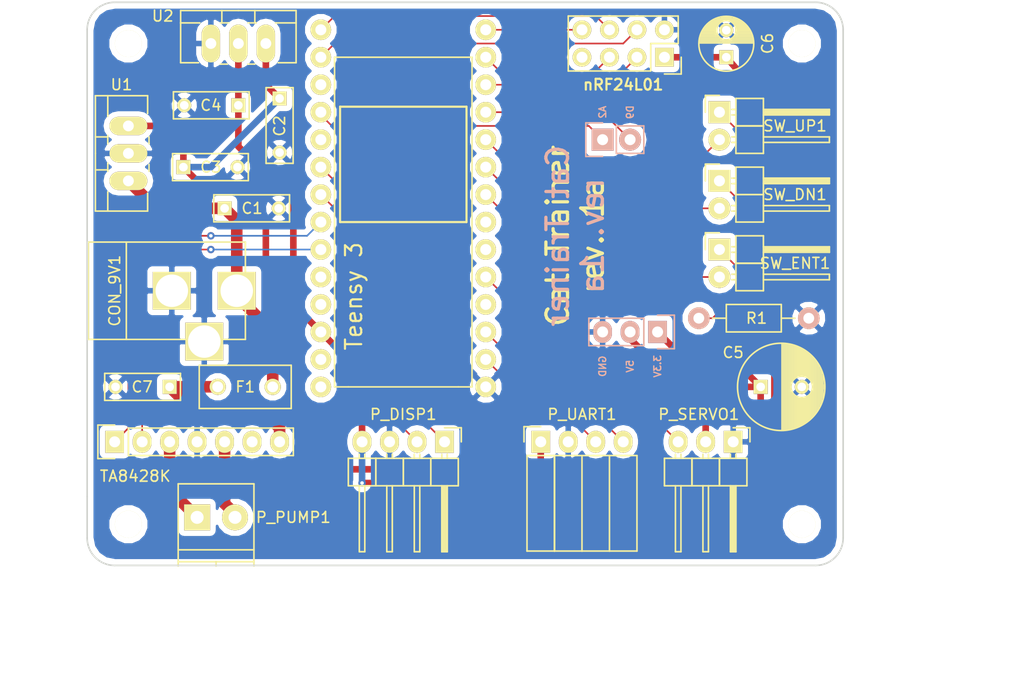
<source format=kicad_pcb>
(kicad_pcb (version 4) (host pcbnew 4.0.4-stable)

  (general
    (links 67)
    (no_connects 9)
    (area 94.687429 69.131 192.305715 135.415001)
    (thickness 1.6)
    (drawings 28)
    (tracks 121)
    (zones 0)
    (modules 28)
    (nets 28)
  )

  (page A4)
  (title_block
    (title "Teensy Base PCB")
    (rev 1a)
  )

  (layers
    (0 F.Cu signal)
    (31 B.Cu signal)
    (32 B.Adhes user)
    (33 F.Adhes user)
    (34 B.Paste user)
    (35 F.Paste user)
    (36 B.SilkS user)
    (37 F.SilkS user)
    (38 B.Mask user)
    (39 F.Mask user)
    (40 Dwgs.User user)
    (41 Cmts.User user)
    (42 Eco1.User user)
    (43 Eco2.User user)
    (44 Edge.Cuts user)
    (45 Margin user)
    (46 B.CrtYd user)
    (47 F.CrtYd user)
    (48 B.Fab user)
    (49 F.Fab user)
  )

  (setup
    (last_trace_width 0.1524)
    (trace_clearance 0.1524)
    (zone_clearance 0.508)
    (zone_45_only no)
    (trace_min 0.1524)
    (segment_width 0.2)
    (edge_width 0.15)
    (via_size 0.6858)
    (via_drill 0.3302)
    (via_min_size 0.6858)
    (via_min_drill 0.3302)
    (uvia_size 0.762)
    (uvia_drill 0.1)
    (uvias_allowed no)
    (uvia_min_size 0)
    (uvia_min_drill 0)
    (pcb_text_width 0.3)
    (pcb_text_size 1.5 1.5)
    (mod_edge_width 0.15)
    (mod_text_size 1 1)
    (mod_text_width 0.15)
    (pad_size 1.524 1.524)
    (pad_drill 0.762)
    (pad_to_mask_clearance 0.2)
    (aux_axis_origin 0 0)
    (visible_elements FFFFFF7F)
    (pcbplotparams
      (layerselection 0x00030_80000001)
      (usegerberextensions false)
      (excludeedgelayer true)
      (linewidth 0.100000)
      (plotframeref false)
      (viasonmask false)
      (mode 1)
      (useauxorigin false)
      (hpglpennumber 1)
      (hpglpenspeed 20)
      (hpglpendiameter 15)
      (hpglpenoverlay 2)
      (psnegative false)
      (psa4output false)
      (plotreference true)
      (plotvalue true)
      (plotinvisibletext false)
      (padsonsilk false)
      (subtractmaskfromsilk false)
      (outputformat 1)
      (mirror false)
      (drillshape 1)
      (scaleselection 1)
      (outputdirectory ""))
  )

  (net 0 "")
  (net 1 "Net-(P_UART1-Pad3)")
  (net 2 "Net-(P_UART1-Pad4)")
  (net 3 NC)
  (net 4 "Net-(U3-Pad10)")
  (net 5 "Net-(U3-Pad11)")
  (net 6 "Net-(U3-Pad12)")
  (net 7 "Net-(U3-Pad13)")
  (net 8 "Net-(U3-Pad14)")
  (net 9 "Net-(P_DISP1-Pad1)")
  (net 10 "Net-(P_DISP1-Pad2)")
  (net 11 GND)
  (net 12 +9V)
  (net 13 +5V)
  (net 14 +3.3V)
  (net 15 "Net-(SW_DN1-Pad2)")
  (net 16 "Net-(SW_ENT1-Pad2)")
  (net 17 "Net-(SW_UP1-Pad2)")
  (net 18 "Net-(R1-Pad1)")
  (net 19 ACC2)
  (net 20 ACC1)
  (net 21 "Net-(P_PUMP1-Pad2)")
  (net 22 "Net-(P_PUMP1-Pad1)")
  (net 23 "Net-(U3-Pad20)")
  (net 24 "Net-(U3-Pad21)")
  (net 25 "Net-(U5-Pad6)")
  (net 26 "Net-(C7-Pad1)")
  (net 27 "Net-(P_SERVO1-Pad3)")

  (net_class Default "This is the default net class."
    (clearance 0.1524)
    (trace_width 0.1524)
    (via_dia 0.6858)
    (via_drill 0.3302)
    (uvia_dia 0.762)
    (uvia_drill 0.1)
    (add_net ACC1)
    (add_net ACC2)
    (add_net NC)
    (add_net "Net-(P_DISP1-Pad1)")
    (add_net "Net-(P_DISP1-Pad2)")
    (add_net "Net-(P_SERVO1-Pad3)")
    (add_net "Net-(P_UART1-Pad3)")
    (add_net "Net-(P_UART1-Pad4)")
    (add_net "Net-(R1-Pad1)")
    (add_net "Net-(SW_DN1-Pad2)")
    (add_net "Net-(SW_ENT1-Pad2)")
    (add_net "Net-(SW_UP1-Pad2)")
    (add_net "Net-(U3-Pad10)")
    (add_net "Net-(U3-Pad11)")
    (add_net "Net-(U3-Pad12)")
    (add_net "Net-(U3-Pad13)")
    (add_net "Net-(U3-Pad14)")
    (add_net "Net-(U3-Pad20)")
    (add_net "Net-(U3-Pad21)")
    (add_net "Net-(U5-Pad6)")
  )

  (net_class Current ""
    (clearance 0.254)
    (trace_width 1.0668)
    (via_dia 0.6858)
    (via_drill 0.3302)
    (uvia_dia 0.762)
    (uvia_drill 0.1)
    (add_net +9V)
    (add_net "Net-(C7-Pad1)")
    (add_net "Net-(P_PUMP1-Pad1)")
    (add_net "Net-(P_PUMP1-Pad2)")
  )

  (net_class Power ""
    (clearance 0.1524)
    (trace_width 0.6096)
    (via_dia 0.9398)
    (via_drill 0.5842)
    (uvia_dia 0.762)
    (uvia_drill 0.1)
    (add_net +3.3V)
    (add_net +5V)
    (add_net GND)
  )

  (module Connect:BARREL_JACK (layer F.Cu) (tedit 5817BD6B) (tstamp 5803F11B)
    (at 110.49 96.52)
    (descr "DC Barrel Jack")
    (tags "Power Jack")
    (path /5803E29C)
    (fp_text reference CON_9V1 (at -5.08 0 90) (layer F.SilkS)
      (effects (font (size 1 1) (thickness 0.15)))
    )
    (fp_text value BARREL_JACK (at 0 -3.175) (layer F.Fab)
      (effects (font (size 1 1) (thickness 0.15)))
    )
    (fp_line (start -4.0005 -4.50088) (end -4.0005 4.50088) (layer F.SilkS) (width 0.15))
    (fp_line (start -7.50062 -4.50088) (end -7.50062 4.50088) (layer F.SilkS) (width 0.15))
    (fp_line (start -7.50062 4.50088) (end 7.00024 4.50088) (layer F.SilkS) (width 0.15))
    (fp_line (start 7.00024 4.50088) (end 7.00024 -4.50088) (layer F.SilkS) (width 0.15))
    (fp_line (start 7.00024 -4.50088) (end -7.50062 -4.50088) (layer F.SilkS) (width 0.15))
    (pad 1 thru_hole rect (at 6.20014 0) (size 3.50012 3.50012) (drill 2.99974) (layers *.Cu *.Mask F.SilkS)
      (net 12 +9V))
    (pad 2 thru_hole rect (at 0.20066 0) (size 3.50012 3.50012) (drill 2.99974) (layers *.Cu *.Mask F.SilkS)
      (net 11 GND))
    (pad 3 thru_hole rect (at 3.2004 4.699) (size 3.50012 3.50012) (drill 2.99974) (layers *.Cu *.Mask F.SilkS)
      (net 11 GND))
  )

  (module Socket_Strips:Socket_Strip_Straight_2x04 (layer F.Cu) (tedit 58153747) (tstamp 5803F1BA)
    (at 156.21 74.93 180)
    (descr "Through hole socket strip")
    (tags "socket strip")
    (path /5803BF4C)
    (fp_text reference U4 (at 3.81 -2.54 180) (layer F.SilkS) hide
      (effects (font (size 1 1) (thickness 0.15)))
    )
    (fp_text value nRF24L01+ (at 3.175 4.445 180) (layer F.Fab)
      (effects (font (size 1 1) (thickness 0.15)))
    )
    (fp_line (start -1.75 -1.75) (end -1.75 4.3) (layer F.CrtYd) (width 0.05))
    (fp_line (start 9.4 -1.75) (end 9.4 4.3) (layer F.CrtYd) (width 0.05))
    (fp_line (start -1.75 -1.75) (end 9.4 -1.75) (layer F.CrtYd) (width 0.05))
    (fp_line (start -1.75 4.3) (end 9.4 4.3) (layer F.CrtYd) (width 0.05))
    (fp_line (start 1.27 -1.27) (end 8.89 -1.27) (layer F.SilkS) (width 0.15))
    (fp_line (start 8.89 -1.27) (end 8.89 3.81) (layer F.SilkS) (width 0.15))
    (fp_line (start 8.89 3.81) (end -1.27 3.81) (layer F.SilkS) (width 0.15))
    (fp_line (start -1.27 3.81) (end -1.27 1.27) (layer F.SilkS) (width 0.15))
    (fp_line (start 0 -1.55) (end -1.55 -1.55) (layer F.SilkS) (width 0.15))
    (fp_line (start -1.27 1.27) (end 1.27 1.27) (layer F.SilkS) (width 0.15))
    (fp_line (start 1.27 1.27) (end 1.27 -1.27) (layer F.SilkS) (width 0.15))
    (fp_line (start -1.55 -1.55) (end -1.55 0) (layer F.SilkS) (width 0.15))
    (pad 2 thru_hole rect (at 0 0 180) (size 1.7272 1.7272) (drill 1.016) (layers *.Cu *.Mask F.SilkS)
      (net 14 +3.3V))
    (pad 1 thru_hole oval (at 0 2.54 180) (size 1.7272 1.7272) (drill 1.016) (layers *.Cu *.Mask F.SilkS)
      (net 11 GND))
    (pad 4 thru_hole oval (at 2.54 0 180) (size 1.7272 1.7272) (drill 1.016) (layers *.Cu *.Mask F.SilkS)
      (net 4 "Net-(U3-Pad10)"))
    (pad 3 thru_hole oval (at 2.54 2.54 180) (size 1.7272 1.7272) (drill 1.016) (layers *.Cu *.Mask F.SilkS)
      (net 8 "Net-(U3-Pad14)"))
    (pad 6 thru_hole oval (at 5.08 0 180) (size 1.7272 1.7272) (drill 1.016) (layers *.Cu *.Mask F.SilkS)
      (net 5 "Net-(U3-Pad11)"))
    (pad 5 thru_hole oval (at 5.08 2.54 180) (size 1.7272 1.7272) (drill 1.016) (layers *.Cu *.Mask F.SilkS)
      (net 7 "Net-(U3-Pad13)"))
    (pad 8 thru_hole oval (at 7.62 0 180) (size 1.7272 1.7272) (drill 1.016) (layers *.Cu *.Mask F.SilkS)
      (net 3 NC))
    (pad 7 thru_hole oval (at 7.62 2.54 180) (size 1.7272 1.7272) (drill 1.016) (layers *.Cu *.Mask F.SilkS)
      (net 6 "Net-(U3-Pad12)"))
    (model Socket_Strips.3dshapes/Socket_Strip_Straight_2x04.wrl
      (at (xyz 0.15 -0.05 0))
      (scale (xyz 1 1 1))
      (rotate (xyz 0 0 180))
    )
  )

  (module lib:Teensy-3.1 (layer F.Cu) (tedit 58153795) (tstamp 5803F1AE)
    (at 139.7 102.87 90)
    (path /5803BE0B)
    (fp_text reference U3 (at 13.335 -7.62 180) (layer F.SilkS) hide
      (effects (font (size 1.5 1.5) (thickness 0.15)))
    )
    (fp_text value Teensy_3.2 (at 5.08 -2.54 90) (layer F.Fab)
      (effects (font (size 1.5 1.5) (thickness 0.15)))
    )
    (fp_line (start 27.94 -2.54) (end 27.94 -1.27) (layer F.SilkS) (width 0.15))
    (fp_line (start 27.94 -1.27) (end -2.54 -1.27) (layer F.SilkS) (width 0.15))
    (fp_line (start -2.54 -1.27) (end -2.54 -2.54) (layer F.SilkS) (width 0.15))
    (fp_line (start -2.54 -12.7) (end -2.54 -13.97) (layer F.SilkS) (width 0.15))
    (fp_line (start -2.54 -13.97) (end 27.94 -13.97) (layer F.SilkS) (width 0.15))
    (fp_line (start 27.94 -13.97) (end 27.94 -12.7) (layer F.SilkS) (width 0.15))
    (fp_line (start 27.94 -12.7) (end 27.94 -2.54) (layer F.SilkS) (width 0.15))
    (fp_line (start -2.54 -2.54) (end -2.54 -12.7) (layer F.SilkS) (width 0.15))
    (pad 0 thru_hole circle (at 0 0 90) (size 1.9 1.9) (drill 1.016) (layers *.Cu *.Mask F.SilkS)
      (net 1 "Net-(P_UART1-Pad3)"))
    (pad 1 thru_hole circle (at 2.54 0 90) (size 1.9 1.9) (drill 1.016) (layers *.Cu *.Mask F.SilkS)
      (net 2 "Net-(P_UART1-Pad4)"))
    (pad 2 thru_hole circle (at 5.08 0 90) (size 1.9 1.9) (drill 1.016) (layers *.Cu *.Mask F.SilkS)
      (net 3 NC))
    (pad 3 thru_hole circle (at 7.62 0 90) (size 1.9 1.9) (drill 1.016) (layers *.Cu *.Mask F.SilkS)
      (net 27 "Net-(P_SERVO1-Pad3)"))
    (pad 4 thru_hole circle (at 10.16 0 90) (size 1.9 1.9) (drill 1.016) (layers *.Cu *.Mask F.SilkS)
      (net 3 NC))
    (pad 5 thru_hole circle (at 12.7 0 90) (size 1.9 1.9) (drill 1.016) (layers *.Cu *.Mask F.SilkS)
      (net 3 NC))
    (pad 6 thru_hole circle (at 15.24 0 90) (size 1.9 1.9) (drill 1.016) (layers *.Cu *.Mask F.SilkS)
      (net 16 "Net-(SW_ENT1-Pad2)"))
    (pad 7 thru_hole circle (at 17.78 0 90) (size 1.9 1.9) (drill 1.016) (layers *.Cu *.Mask F.SilkS)
      (net 15 "Net-(SW_DN1-Pad2)"))
    (pad 8 thru_hole circle (at 20.32 0 90) (size 1.9 1.9) (drill 1.016) (layers *.Cu *.Mask F.SilkS)
      (net 17 "Net-(SW_UP1-Pad2)"))
    (pad 9 thru_hole circle (at 22.86 0 90) (size 1.9 1.9) (drill 1.016) (layers *.Cu *.Mask F.SilkS)
      (net 20 ACC1))
    (pad 10 thru_hole circle (at 25.4 0 90) (size 1.9 1.9) (drill 1.016) (layers *.Cu *.Mask F.SilkS)
      (net 4 "Net-(U3-Pad10)"))
    (pad 11 thru_hole circle (at 27.94 0 90) (size 1.9 1.9) (drill 1.016) (layers *.Cu *.Mask F.SilkS)
      (net 5 "Net-(U3-Pad11)"))
    (pad 12 thru_hole circle (at 30.48 0 90) (size 1.9 1.9) (drill 1.016) (layers *.Cu *.Mask F.SilkS)
      (net 6 "Net-(U3-Pad12)"))
    (pad 13 thru_hole circle (at 30.48 -15.24 90) (size 1.9 1.9) (drill 1.016) (layers *.Cu *.Mask F.SilkS)
      (net 7 "Net-(U3-Pad13)"))
    (pad 14 thru_hole circle (at 27.94 -15.24 90) (size 1.9 1.9) (drill 1.016) (layers *.Cu *.Mask F.SilkS)
      (net 8 "Net-(U3-Pad14)"))
    (pad 15 thru_hole circle (at 25.4 -15.24 90) (size 1.9 1.9) (drill 1.016) (layers *.Cu *.Mask F.SilkS)
      (net 3 NC))
    (pad 16 thru_hole circle (at 22.86 -15.24 90) (size 1.9 1.9) (drill 1.016) (layers *.Cu *.Mask F.SilkS)
      (net 19 ACC2))
    (pad 17 thru_hole circle (at 20.32 -15.24 90) (size 1.9 1.9) (drill 1.016) (layers *.Cu *.Mask F.SilkS)
      (net 3 NC))
    (pad 18 thru_hole circle (at 17.78 -15.24 90) (size 1.9 1.9) (drill 1.016) (layers *.Cu *.Mask F.SilkS)
      (net 9 "Net-(P_DISP1-Pad1)"))
    (pad 19 thru_hole circle (at 15.24 -15.24 90) (size 1.9 1.9) (drill 1.016) (layers *.Cu *.Mask F.SilkS)
      (net 10 "Net-(P_DISP1-Pad2)"))
    (pad 20 thru_hole circle (at 12.7 -15.24 90) (size 1.9 1.9) (drill 1.016) (layers *.Cu *.Mask F.SilkS)
      (net 23 "Net-(U3-Pad20)"))
    (pad 21 thru_hole circle (at 10.16 -15.24 90) (size 1.9 1.9) (drill 1.016) (layers *.Cu *.Mask F.SilkS)
      (net 24 "Net-(U3-Pad21)"))
    (pad 22 thru_hole circle (at 7.62 -15.24 90) (size 1.9 1.9) (drill 1.016) (layers *.Cu *.Mask F.SilkS)
      (net 3 NC))
    (pad 23 thru_hole circle (at 5.08 -15.24 90) (size 1.9 1.9) (drill 1.016) (layers *.Cu *.Mask F.SilkS)
      (net 3 NC))
    (pad 24 thru_hole circle (at 2.54 -15.24 90) (size 1.9 1.9) (drill 1.016) (layers *.Cu *.Mask F.SilkS)
      (net 14 +3.3V))
    (pad 25 thru_hole circle (at 0 -15.24 90) (size 1.9 1.9) (drill 1.016) (layers *.Cu *.Mask F.SilkS)
      (net 3 NC))
    (pad 26 thru_hole circle (at -2.54 -15.24 90) (size 1.9 1.9) (drill 1.016) (layers *.Cu *.Mask F.SilkS)
      (net 3 NC))
    (pad 27 thru_hole circle (at -2.54 0 90) (size 1.9 1.9) (drill 1.016) (layers *.Cu *.Mask F.SilkS)
      (net 11 GND))
  )

  (module Mounting_Holes:MountingHole_2.5mm (layer F.Cu) (tedit 5815377E) (tstamp 5804FEDB)
    (at 168.91 118.11)
    (descr "Mounting Hole 2.5mm, no annular")
    (tags "mounting hole 2.5mm no annular")
    (fp_text reference REF** (at 0 -3.5) (layer F.SilkS) hide
      (effects (font (size 1 1) (thickness 0.15)))
    )
    (fp_text value MountingHole_2.5mm (at 3.175 3.175) (layer F.Fab)
      (effects (font (size 1 1) (thickness 0.15)))
    )
    (fp_circle (center 0 0) (end 2.5 0) (layer Cmts.User) (width 0.15))
    (fp_circle (center 0 0) (end 2.75 0) (layer F.CrtYd) (width 0.05))
    (pad 1 np_thru_hole circle (at 0 0) (size 2.5 2.5) (drill 2.5) (layers *.Cu *.Mask F.SilkS))
  )

  (module Mounting_Holes:MountingHole_2.5mm locked (layer F.Cu) (tedit 58153789) (tstamp 5804FDEE)
    (at 168.91 73.66)
    (descr "Mounting Hole 2.5mm, no annular")
    (tags "mounting hole 2.5mm no annular")
    (fp_text reference REF** (at 0 -3.5) (layer F.SilkS) hide
      (effects (font (size 1 1) (thickness 0.15)))
    )
    (fp_text value MountingHole_2.5mm (at 1.905 -3.175) (layer F.Fab)
      (effects (font (size 1 1) (thickness 0.15)))
    )
    (fp_circle (center 0 0) (end 2.5 0) (layer Cmts.User) (width 0.15))
    (fp_circle (center 0 0) (end 2.75 0) (layer F.CrtYd) (width 0.05))
    (pad 1 np_thru_hole circle (at 0 0) (size 2.5 2.5) (drill 2.5) (layers *.Cu *.Mask F.SilkS))
  )

  (module Mounting_Holes:MountingHole_2.5mm (layer F.Cu) (tedit 58153776) (tstamp 5804FDC5)
    (at 106.68 118.11)
    (descr "Mounting Hole 2.5mm, no annular")
    (tags "mounting hole 2.5mm no annular")
    (fp_text reference REF** (at 0 -3.5) (layer F.SilkS) hide
      (effects (font (size 1 1) (thickness 0.15)))
    )
    (fp_text value MountingHole_2.5mm (at -3.81 2.54) (layer F.Fab)
      (effects (font (size 1 1) (thickness 0.15)))
    )
    (fp_circle (center 0 0) (end 2.5 0) (layer Cmts.User) (width 0.15))
    (fp_circle (center 0 0) (end 2.75 0) (layer F.CrtYd) (width 0.05))
    (pad 1 np_thru_hole circle (at 0 0) (size 2.5 2.5) (drill 2.5) (layers *.Cu *.Mask F.SilkS))
  )

  (module Pin_Headers:Pin_Header_Angled_1x03 (layer F.Cu) (tedit 58153BD5) (tstamp 5804082A)
    (at 162.56 110.49 270)
    (descr "Through hole pin header")
    (tags "pin header")
    (path /580427F1)
    (fp_text reference P_SERVO1 (at -2.54 3.175 360) (layer F.SilkS)
      (effects (font (size 1 1) (thickness 0.15)))
    )
    (fp_text value CONN_01X03 (at 4.445 -2.54 270) (layer F.Fab)
      (effects (font (size 1 1) (thickness 0.15)))
    )
    (fp_line (start -1.5 -1.75) (end -1.5 6.85) (layer F.CrtYd) (width 0.05))
    (fp_line (start 10.65 -1.75) (end 10.65 6.85) (layer F.CrtYd) (width 0.05))
    (fp_line (start -1.5 -1.75) (end 10.65 -1.75) (layer F.CrtYd) (width 0.05))
    (fp_line (start -1.5 6.85) (end 10.65 6.85) (layer F.CrtYd) (width 0.05))
    (fp_line (start -1.3 -1.55) (end -1.3 0) (layer F.SilkS) (width 0.15))
    (fp_line (start 0 -1.55) (end -1.3 -1.55) (layer F.SilkS) (width 0.15))
    (fp_line (start 4.191 -0.127) (end 10.033 -0.127) (layer F.SilkS) (width 0.15))
    (fp_line (start 10.033 -0.127) (end 10.033 0.127) (layer F.SilkS) (width 0.15))
    (fp_line (start 10.033 0.127) (end 4.191 0.127) (layer F.SilkS) (width 0.15))
    (fp_line (start 4.191 0.127) (end 4.191 0) (layer F.SilkS) (width 0.15))
    (fp_line (start 4.191 0) (end 10.033 0) (layer F.SilkS) (width 0.15))
    (fp_line (start 1.524 -0.254) (end 1.143 -0.254) (layer F.SilkS) (width 0.15))
    (fp_line (start 1.524 0.254) (end 1.143 0.254) (layer F.SilkS) (width 0.15))
    (fp_line (start 1.524 2.286) (end 1.143 2.286) (layer F.SilkS) (width 0.15))
    (fp_line (start 1.524 2.794) (end 1.143 2.794) (layer F.SilkS) (width 0.15))
    (fp_line (start 1.524 4.826) (end 1.143 4.826) (layer F.SilkS) (width 0.15))
    (fp_line (start 1.524 5.334) (end 1.143 5.334) (layer F.SilkS) (width 0.15))
    (fp_line (start 4.064 1.27) (end 4.064 -1.27) (layer F.SilkS) (width 0.15))
    (fp_line (start 10.16 0.254) (end 4.064 0.254) (layer F.SilkS) (width 0.15))
    (fp_line (start 10.16 -0.254) (end 10.16 0.254) (layer F.SilkS) (width 0.15))
    (fp_line (start 4.064 -0.254) (end 10.16 -0.254) (layer F.SilkS) (width 0.15))
    (fp_line (start 1.524 1.27) (end 4.064 1.27) (layer F.SilkS) (width 0.15))
    (fp_line (start 1.524 -1.27) (end 1.524 1.27) (layer F.SilkS) (width 0.15))
    (fp_line (start 1.524 -1.27) (end 4.064 -1.27) (layer F.SilkS) (width 0.15))
    (fp_line (start 1.524 3.81) (end 4.064 3.81) (layer F.SilkS) (width 0.15))
    (fp_line (start 1.524 3.81) (end 1.524 6.35) (layer F.SilkS) (width 0.15))
    (fp_line (start 4.064 4.826) (end 10.16 4.826) (layer F.SilkS) (width 0.15))
    (fp_line (start 10.16 4.826) (end 10.16 5.334) (layer F.SilkS) (width 0.15))
    (fp_line (start 10.16 5.334) (end 4.064 5.334) (layer F.SilkS) (width 0.15))
    (fp_line (start 4.064 6.35) (end 4.064 3.81) (layer F.SilkS) (width 0.15))
    (fp_line (start 4.064 3.81) (end 4.064 1.27) (layer F.SilkS) (width 0.15))
    (fp_line (start 10.16 2.794) (end 4.064 2.794) (layer F.SilkS) (width 0.15))
    (fp_line (start 10.16 2.286) (end 10.16 2.794) (layer F.SilkS) (width 0.15))
    (fp_line (start 4.064 2.286) (end 10.16 2.286) (layer F.SilkS) (width 0.15))
    (fp_line (start 1.524 3.81) (end 4.064 3.81) (layer F.SilkS) (width 0.15))
    (fp_line (start 1.524 1.27) (end 1.524 3.81) (layer F.SilkS) (width 0.15))
    (fp_line (start 1.524 1.27) (end 4.064 1.27) (layer F.SilkS) (width 0.15))
    (fp_line (start 1.524 6.35) (end 4.064 6.35) (layer F.SilkS) (width 0.15))
    (pad 1 thru_hole rect (at 0 0 270) (size 2.032 1.7272) (drill 1.016) (layers *.Cu *.Mask F.SilkS)
      (net 11 GND))
    (pad 2 thru_hole oval (at 0 2.54 270) (size 2.032 1.7272) (drill 1.016) (layers *.Cu *.Mask F.SilkS)
      (net 13 +5V))
    (pad 3 thru_hole oval (at 0 5.08 270) (size 2.032 1.7272) (drill 1.016) (layers *.Cu *.Mask F.SilkS)
      (net 27 "Net-(P_SERVO1-Pad3)"))
    (model Pin_Headers.3dshapes/Pin_Header_Angled_1x03.wrl
      (at (xyz 0 -0.1 0))
      (scale (xyz 1 1 1))
      (rotate (xyz 0 0 90))
    )
  )

  (module Socket_Strips:Socket_Strip_Angled_1x04 (layer F.Cu) (tedit 581536FD) (tstamp 58040830)
    (at 144.78 110.49)
    (descr "Through hole socket strip")
    (tags "socket strip")
    (path /5803DF02)
    (fp_text reference P_UART1 (at 3.81 -2.54) (layer F.SilkS)
      (effects (font (size 1 1) (thickness 0.15)))
    )
    (fp_text value CONN_01X04 (at -2.54 4.445 90) (layer F.Fab)
      (effects (font (size 1 1) (thickness 0.15)))
    )
    (fp_line (start -1.75 -1.5) (end -1.75 10.6) (layer F.CrtYd) (width 0.05))
    (fp_line (start 9.4 -1.5) (end 9.4 10.6) (layer F.CrtYd) (width 0.05))
    (fp_line (start -1.75 -1.5) (end 9.4 -1.5) (layer F.CrtYd) (width 0.05))
    (fp_line (start -1.75 10.6) (end 9.4 10.6) (layer F.CrtYd) (width 0.05))
    (fp_line (start 8.89 10.1) (end 8.89 1.27) (layer F.SilkS) (width 0.15))
    (fp_line (start 6.35 10.1) (end 8.89 10.1) (layer F.SilkS) (width 0.15))
    (fp_line (start 6.35 1.27) (end 8.89 1.27) (layer F.SilkS) (width 0.15))
    (fp_line (start 3.81 1.27) (end 6.35 1.27) (layer F.SilkS) (width 0.15))
    (fp_line (start 3.81 10.1) (end 6.35 10.1) (layer F.SilkS) (width 0.15))
    (fp_line (start 6.35 10.1) (end 6.35 1.27) (layer F.SilkS) (width 0.15))
    (fp_line (start 3.81 10.1) (end 3.81 1.27) (layer F.SilkS) (width 0.15))
    (fp_line (start 1.27 10.1) (end 3.81 10.1) (layer F.SilkS) (width 0.15))
    (fp_line (start 1.27 1.27) (end 1.27 10.1) (layer F.SilkS) (width 0.15))
    (fp_line (start 1.27 1.27) (end 3.81 1.27) (layer F.SilkS) (width 0.15))
    (fp_line (start -1.27 1.27) (end 1.27 1.27) (layer F.SilkS) (width 0.15))
    (fp_line (start 0 -1.4) (end -1.55 -1.4) (layer F.SilkS) (width 0.15))
    (fp_line (start -1.55 -1.4) (end -1.55 0) (layer F.SilkS) (width 0.15))
    (fp_line (start -1.27 1.27) (end -1.27 10.1) (layer F.SilkS) (width 0.15))
    (fp_line (start -1.27 10.1) (end 1.27 10.1) (layer F.SilkS) (width 0.15))
    (fp_line (start 1.27 10.1) (end 1.27 1.27) (layer F.SilkS) (width 0.15))
    (pad 1 thru_hole rect (at 0 0) (size 1.7272 2.032) (drill 1.016) (layers *.Cu *.Mask F.SilkS)
      (net 13 +5V))
    (pad 2 thru_hole oval (at 2.54 0) (size 1.7272 2.032) (drill 1.016) (layers *.Cu *.Mask F.SilkS)
      (net 11 GND))
    (pad 3 thru_hole oval (at 5.08 0) (size 1.7272 2.032) (drill 1.016) (layers *.Cu *.Mask F.SilkS)
      (net 1 "Net-(P_UART1-Pad3)"))
    (pad 4 thru_hole oval (at 7.62 0) (size 1.7272 2.032) (drill 1.016) (layers *.Cu *.Mask F.SilkS)
      (net 2 "Net-(P_UART1-Pad4)"))
    (model Socket_Strips.3dshapes/Socket_Strip_Angled_1x04.wrl
      (at (xyz 0.15 0 0))
      (scale (xyz 1 1 1))
      (rotate (xyz 0 0 180))
    )
  )

  (module Mounting_Holes:MountingHole_2.5mm locked (layer F.Cu) (tedit 581536B8) (tstamp 5804FD84)
    (at 106.68 73.66)
    (descr "Mounting Hole 2.5mm, no annular")
    (tags "mounting hole 2.5mm no annular")
    (fp_text reference REF** (at 0 -3.5) (layer F.SilkS) hide
      (effects (font (size 1 1) (thickness 0.15)))
    )
    (fp_text value MountingHole_2.5mm (at -3.175 -2.54) (layer F.Fab)
      (effects (font (size 1 1) (thickness 0.15)))
    )
    (fp_circle (center 0 0) (end 2.5 0) (layer Cmts.User) (width 0.15))
    (fp_circle (center 0 0) (end 2.75 0) (layer F.CrtYd) (width 0.05))
    (pad 1 np_thru_hole circle (at 0 0) (size 2.5 2.5) (drill 2.5) (layers *.Cu *.Mask F.SilkS))
  )

  (module TO_SOT_Packages_THT:TO-220_Neutral123_Vertical_LargePads (layer F.Cu) (tedit 58153691) (tstamp 58050827)
    (at 106.68 83.82 90)
    (descr "TO-220, Neutral, Vertical, Large Pads,")
    (tags "TO-220, Neutral, Vertical, Large Pads,")
    (path /5803C030)
    (fp_text reference U1 (at 6.35 -0.635 180) (layer F.SilkS)
      (effects (font (size 1 1) (thickness 0.15)))
    )
    (fp_text value LM7805CT (at 0 -2.54 90) (layer F.Fab)
      (effects (font (size 1 1) (thickness 0.15)))
    )
    (fp_line (start 5.334 -1.905) (end 3.429 -1.905) (layer F.SilkS) (width 0.15))
    (fp_line (start 0.889 -1.905) (end 1.651 -1.905) (layer F.SilkS) (width 0.15))
    (fp_line (start -1.524 -1.905) (end -1.651 -1.905) (layer F.SilkS) (width 0.15))
    (fp_line (start -1.524 -1.905) (end -0.889 -1.905) (layer F.SilkS) (width 0.15))
    (fp_line (start -5.334 -1.905) (end -3.556 -1.905) (layer F.SilkS) (width 0.15))
    (fp_line (start -5.334 1.778) (end -3.683 1.778) (layer F.SilkS) (width 0.15))
    (fp_line (start -1.016 1.905) (end -1.651 1.905) (layer F.SilkS) (width 0.15))
    (fp_line (start 1.524 1.905) (end 0.889 1.905) (layer F.SilkS) (width 0.15))
    (fp_line (start 5.334 1.778) (end 3.683 1.778) (layer F.SilkS) (width 0.15))
    (fp_line (start -1.524 -3.048) (end -1.524 -1.905) (layer F.SilkS) (width 0.15))
    (fp_line (start 1.524 -3.048) (end 1.524 -1.905) (layer F.SilkS) (width 0.15))
    (fp_line (start 5.334 -1.905) (end 5.334 1.778) (layer F.SilkS) (width 0.15))
    (fp_line (start -5.334 1.778) (end -5.334 -1.905) (layer F.SilkS) (width 0.15))
    (fp_line (start 5.334 -3.048) (end 5.334 -1.905) (layer F.SilkS) (width 0.15))
    (fp_line (start -5.334 -1.905) (end -5.334 -3.048) (layer F.SilkS) (width 0.15))
    (fp_line (start 0 -3.048) (end -5.334 -3.048) (layer F.SilkS) (width 0.15))
    (fp_line (start 0 -3.048) (end 5.334 -3.048) (layer F.SilkS) (width 0.15))
    (pad 2 thru_hole oval (at 0 0 180) (size 3.50012 1.69926) (drill 1.00076) (layers *.Cu *.Mask F.SilkS)
      (net 11 GND))
    (pad 1 thru_hole oval (at -2.54 0 180) (size 3.50012 1.69926) (drill 1.00076) (layers *.Cu *.Mask F.SilkS)
      (net 12 +9V))
    (pad 3 thru_hole oval (at 2.54 0 180) (size 3.50012 1.69926) (drill 1.00076) (layers *.Cu *.Mask F.SilkS)
      (net 13 +5V))
    (model TO_SOT_Packages_THT.3dshapes/TO-220_Neutral123_Vertical_LargePads.wrl
      (at (xyz 0 0 0))
      (scale (xyz 0.3937 0.3937 0.3937))
      (rotate (xyz 0 0 0))
    )
  )

  (module TO_SOT_Packages_THT:TO-220_Neutral123_Vertical_LargePads (layer F.Cu) (tedit 5815369B) (tstamp 5805082D)
    (at 116.84 73.66)
    (descr "TO-220, Neutral, Vertical, Large Pads,")
    (tags "TO-220, Neutral, Vertical, Large Pads,")
    (path /5804540F)
    (fp_text reference U2 (at -6.985 -2.54) (layer F.SilkS)
      (effects (font (size 1 1) (thickness 0.15)))
    )
    (fp_text value LD1117V33 (at 0 -2.54) (layer F.Fab)
      (effects (font (size 1 1) (thickness 0.15)))
    )
    (fp_line (start 5.334 -1.905) (end 3.429 -1.905) (layer F.SilkS) (width 0.15))
    (fp_line (start 0.889 -1.905) (end 1.651 -1.905) (layer F.SilkS) (width 0.15))
    (fp_line (start -1.524 -1.905) (end -1.651 -1.905) (layer F.SilkS) (width 0.15))
    (fp_line (start -1.524 -1.905) (end -0.889 -1.905) (layer F.SilkS) (width 0.15))
    (fp_line (start -5.334 -1.905) (end -3.556 -1.905) (layer F.SilkS) (width 0.15))
    (fp_line (start -5.334 1.778) (end -3.683 1.778) (layer F.SilkS) (width 0.15))
    (fp_line (start -1.016 1.905) (end -1.651 1.905) (layer F.SilkS) (width 0.15))
    (fp_line (start 1.524 1.905) (end 0.889 1.905) (layer F.SilkS) (width 0.15))
    (fp_line (start 5.334 1.778) (end 3.683 1.778) (layer F.SilkS) (width 0.15))
    (fp_line (start -1.524 -3.048) (end -1.524 -1.905) (layer F.SilkS) (width 0.15))
    (fp_line (start 1.524 -3.048) (end 1.524 -1.905) (layer F.SilkS) (width 0.15))
    (fp_line (start 5.334 -1.905) (end 5.334 1.778) (layer F.SilkS) (width 0.15))
    (fp_line (start -5.334 1.778) (end -5.334 -1.905) (layer F.SilkS) (width 0.15))
    (fp_line (start 5.334 -3.048) (end 5.334 -1.905) (layer F.SilkS) (width 0.15))
    (fp_line (start -5.334 -1.905) (end -5.334 -3.048) (layer F.SilkS) (width 0.15))
    (fp_line (start 0 -3.048) (end -5.334 -3.048) (layer F.SilkS) (width 0.15))
    (fp_line (start 0 -3.048) (end 5.334 -3.048) (layer F.SilkS) (width 0.15))
    (pad 2 thru_hole oval (at 0 0 90) (size 3.50012 1.69926) (drill 1.00076) (layers *.Cu *.Mask F.SilkS)
      (net 14 +3.3V))
    (pad 1 thru_hole oval (at -2.54 0 90) (size 3.50012 1.69926) (drill 1.00076) (layers *.Cu *.Mask F.SilkS)
      (net 11 GND))
    (pad 3 thru_hole oval (at 2.54 0 90) (size 3.50012 1.69926) (drill 1.00076) (layers *.Cu *.Mask F.SilkS)
      (net 13 +5V))
    (model TO_SOT_Packages_THT.3dshapes/TO-220_Neutral123_Vertical_LargePads.wrl
      (at (xyz 0 0 0))
      (scale (xyz 0.3937 0.3937 0.3937))
      (rotate (xyz 0 0 0))
    )
  )

  (module Pin_Headers:Pin_Header_Angled_1x04 (layer F.Cu) (tedit 581536F4) (tstamp 58053BC5)
    (at 135.89 110.49 270)
    (descr "Through hole pin header")
    (tags "pin header")
    (path /58041686)
    (fp_text reference P_DISP1 (at -2.54 3.81 360) (layer F.SilkS)
      (effects (font (size 1 1) (thickness 0.15)))
    )
    (fp_text value CONN_01X04 (at 4.445 -1.905 270) (layer F.Fab)
      (effects (font (size 1 1) (thickness 0.15)))
    )
    (fp_line (start -1.5 -1.75) (end -1.5 9.4) (layer F.CrtYd) (width 0.05))
    (fp_line (start 10.65 -1.75) (end 10.65 9.4) (layer F.CrtYd) (width 0.05))
    (fp_line (start -1.5 -1.75) (end 10.65 -1.75) (layer F.CrtYd) (width 0.05))
    (fp_line (start -1.5 9.4) (end 10.65 9.4) (layer F.CrtYd) (width 0.05))
    (fp_line (start -1.3 -1.55) (end -1.3 0) (layer F.SilkS) (width 0.15))
    (fp_line (start 0 -1.55) (end -1.3 -1.55) (layer F.SilkS) (width 0.15))
    (fp_line (start 4.191 -0.127) (end 10.033 -0.127) (layer F.SilkS) (width 0.15))
    (fp_line (start 10.033 -0.127) (end 10.033 0.127) (layer F.SilkS) (width 0.15))
    (fp_line (start 10.033 0.127) (end 4.191 0.127) (layer F.SilkS) (width 0.15))
    (fp_line (start 4.191 0.127) (end 4.191 0) (layer F.SilkS) (width 0.15))
    (fp_line (start 4.191 0) (end 10.033 0) (layer F.SilkS) (width 0.15))
    (fp_line (start 1.524 -0.254) (end 1.143 -0.254) (layer F.SilkS) (width 0.15))
    (fp_line (start 1.524 0.254) (end 1.143 0.254) (layer F.SilkS) (width 0.15))
    (fp_line (start 1.524 2.286) (end 1.143 2.286) (layer F.SilkS) (width 0.15))
    (fp_line (start 1.524 2.794) (end 1.143 2.794) (layer F.SilkS) (width 0.15))
    (fp_line (start 1.524 4.826) (end 1.143 4.826) (layer F.SilkS) (width 0.15))
    (fp_line (start 1.524 5.334) (end 1.143 5.334) (layer F.SilkS) (width 0.15))
    (fp_line (start 1.524 7.874) (end 1.143 7.874) (layer F.SilkS) (width 0.15))
    (fp_line (start 1.524 7.366) (end 1.143 7.366) (layer F.SilkS) (width 0.15))
    (fp_line (start 1.524 -1.27) (end 4.064 -1.27) (layer F.SilkS) (width 0.15))
    (fp_line (start 1.524 1.27) (end 4.064 1.27) (layer F.SilkS) (width 0.15))
    (fp_line (start 1.524 1.27) (end 1.524 3.81) (layer F.SilkS) (width 0.15))
    (fp_line (start 1.524 3.81) (end 4.064 3.81) (layer F.SilkS) (width 0.15))
    (fp_line (start 4.064 2.286) (end 10.16 2.286) (layer F.SilkS) (width 0.15))
    (fp_line (start 10.16 2.286) (end 10.16 2.794) (layer F.SilkS) (width 0.15))
    (fp_line (start 10.16 2.794) (end 4.064 2.794) (layer F.SilkS) (width 0.15))
    (fp_line (start 4.064 3.81) (end 4.064 1.27) (layer F.SilkS) (width 0.15))
    (fp_line (start 4.064 1.27) (end 4.064 -1.27) (layer F.SilkS) (width 0.15))
    (fp_line (start 10.16 0.254) (end 4.064 0.254) (layer F.SilkS) (width 0.15))
    (fp_line (start 10.16 -0.254) (end 10.16 0.254) (layer F.SilkS) (width 0.15))
    (fp_line (start 4.064 -0.254) (end 10.16 -0.254) (layer F.SilkS) (width 0.15))
    (fp_line (start 1.524 1.27) (end 4.064 1.27) (layer F.SilkS) (width 0.15))
    (fp_line (start 1.524 -1.27) (end 1.524 1.27) (layer F.SilkS) (width 0.15))
    (fp_line (start 1.524 6.35) (end 4.064 6.35) (layer F.SilkS) (width 0.15))
    (fp_line (start 1.524 6.35) (end 1.524 8.89) (layer F.SilkS) (width 0.15))
    (fp_line (start 1.524 8.89) (end 4.064 8.89) (layer F.SilkS) (width 0.15))
    (fp_line (start 4.064 7.366) (end 10.16 7.366) (layer F.SilkS) (width 0.15))
    (fp_line (start 10.16 7.366) (end 10.16 7.874) (layer F.SilkS) (width 0.15))
    (fp_line (start 10.16 7.874) (end 4.064 7.874) (layer F.SilkS) (width 0.15))
    (fp_line (start 4.064 8.89) (end 4.064 6.35) (layer F.SilkS) (width 0.15))
    (fp_line (start 4.064 6.35) (end 4.064 3.81) (layer F.SilkS) (width 0.15))
    (fp_line (start 10.16 5.334) (end 4.064 5.334) (layer F.SilkS) (width 0.15))
    (fp_line (start 10.16 4.826) (end 10.16 5.334) (layer F.SilkS) (width 0.15))
    (fp_line (start 4.064 4.826) (end 10.16 4.826) (layer F.SilkS) (width 0.15))
    (fp_line (start 1.524 6.35) (end 4.064 6.35) (layer F.SilkS) (width 0.15))
    (fp_line (start 1.524 3.81) (end 1.524 6.35) (layer F.SilkS) (width 0.15))
    (fp_line (start 1.524 3.81) (end 4.064 3.81) (layer F.SilkS) (width 0.15))
    (pad 1 thru_hole rect (at 0 0 270) (size 2.032 1.7272) (drill 1.016) (layers *.Cu *.Mask F.SilkS)
      (net 9 "Net-(P_DISP1-Pad1)"))
    (pad 2 thru_hole oval (at 0 2.54 270) (size 2.032 1.7272) (drill 1.016) (layers *.Cu *.Mask F.SilkS)
      (net 10 "Net-(P_DISP1-Pad2)"))
    (pad 3 thru_hole oval (at 0 5.08 270) (size 2.032 1.7272) (drill 1.016) (layers *.Cu *.Mask F.SilkS)
      (net 11 GND))
    (pad 4 thru_hole oval (at 0 7.62 270) (size 2.032 1.7272) (drill 1.016) (layers *.Cu *.Mask F.SilkS)
      (net 14 +3.3V))
    (model Pin_Headers.3dshapes/Pin_Header_Angled_1x04.wrl
      (at (xyz 0 -0.15 0))
      (scale (xyz 1 1 1))
      (rotate (xyz 0 0 90))
    )
  )

  (module Pin_Headers:Pin_Header_Angled_1x02 (layer F.Cu) (tedit 58153720) (tstamp 58053BD6)
    (at 161.29 86.36)
    (descr "Through hole pin header")
    (tags "pin header")
    (path /5803D88E)
    (fp_text reference SW_DN1 (at 6.985 1.27) (layer F.SilkS)
      (effects (font (size 1 1) (thickness 0.15)))
    )
    (fp_text value SW_PUSH (at 6.985 -0.635) (layer F.Fab)
      (effects (font (size 1 1) (thickness 0.15)))
    )
    (fp_line (start -1.5 -1.75) (end -1.5 4.3) (layer F.CrtYd) (width 0.05))
    (fp_line (start 10.65 -1.75) (end 10.65 4.3) (layer F.CrtYd) (width 0.05))
    (fp_line (start -1.5 -1.75) (end 10.65 -1.75) (layer F.CrtYd) (width 0.05))
    (fp_line (start -1.5 4.3) (end 10.65 4.3) (layer F.CrtYd) (width 0.05))
    (fp_line (start -1.3 -1.55) (end -1.3 0) (layer F.SilkS) (width 0.15))
    (fp_line (start 0 -1.55) (end -1.3 -1.55) (layer F.SilkS) (width 0.15))
    (fp_line (start 4.191 -0.127) (end 10.033 -0.127) (layer F.SilkS) (width 0.15))
    (fp_line (start 10.033 -0.127) (end 10.033 0.127) (layer F.SilkS) (width 0.15))
    (fp_line (start 10.033 0.127) (end 4.191 0.127) (layer F.SilkS) (width 0.15))
    (fp_line (start 4.191 0.127) (end 4.191 0) (layer F.SilkS) (width 0.15))
    (fp_line (start 4.191 0) (end 10.033 0) (layer F.SilkS) (width 0.15))
    (fp_line (start 1.524 -0.254) (end 1.143 -0.254) (layer F.SilkS) (width 0.15))
    (fp_line (start 1.524 0.254) (end 1.143 0.254) (layer F.SilkS) (width 0.15))
    (fp_line (start 1.524 2.286) (end 1.143 2.286) (layer F.SilkS) (width 0.15))
    (fp_line (start 1.524 2.794) (end 1.143 2.794) (layer F.SilkS) (width 0.15))
    (fp_line (start 1.524 -1.27) (end 4.064 -1.27) (layer F.SilkS) (width 0.15))
    (fp_line (start 1.524 1.27) (end 4.064 1.27) (layer F.SilkS) (width 0.15))
    (fp_line (start 1.524 1.27) (end 1.524 3.81) (layer F.SilkS) (width 0.15))
    (fp_line (start 1.524 3.81) (end 4.064 3.81) (layer F.SilkS) (width 0.15))
    (fp_line (start 4.064 2.286) (end 10.16 2.286) (layer F.SilkS) (width 0.15))
    (fp_line (start 10.16 2.286) (end 10.16 2.794) (layer F.SilkS) (width 0.15))
    (fp_line (start 10.16 2.794) (end 4.064 2.794) (layer F.SilkS) (width 0.15))
    (fp_line (start 4.064 3.81) (end 4.064 1.27) (layer F.SilkS) (width 0.15))
    (fp_line (start 4.064 1.27) (end 4.064 -1.27) (layer F.SilkS) (width 0.15))
    (fp_line (start 10.16 0.254) (end 4.064 0.254) (layer F.SilkS) (width 0.15))
    (fp_line (start 10.16 -0.254) (end 10.16 0.254) (layer F.SilkS) (width 0.15))
    (fp_line (start 4.064 -0.254) (end 10.16 -0.254) (layer F.SilkS) (width 0.15))
    (fp_line (start 1.524 1.27) (end 4.064 1.27) (layer F.SilkS) (width 0.15))
    (fp_line (start 1.524 -1.27) (end 1.524 1.27) (layer F.SilkS) (width 0.15))
    (pad 1 thru_hole rect (at 0 0) (size 2.032 2.032) (drill 1.016) (layers *.Cu *.Mask F.SilkS)
      (net 18 "Net-(R1-Pad1)"))
    (pad 2 thru_hole oval (at 0 2.54) (size 2.032 2.032) (drill 1.016) (layers *.Cu *.Mask F.SilkS)
      (net 15 "Net-(SW_DN1-Pad2)"))
    (model Pin_Headers.3dshapes/Pin_Header_Angled_1x02.wrl
      (at (xyz 0 -0.05 0))
      (scale (xyz 1 1 1))
      (rotate (xyz 0 0 90))
    )
  )

  (module Pin_Headers:Pin_Header_Angled_1x02 (layer F.Cu) (tedit 5815372C) (tstamp 58053BDB)
    (at 161.29 92.71)
    (descr "Through hole pin header")
    (tags "pin header")
    (path /5803D793)
    (fp_text reference SW_ENT1 (at 6.985 1.27) (layer F.SilkS)
      (effects (font (size 1 1) (thickness 0.15)))
    )
    (fp_text value SW_PUSH (at 6.985 -0.635) (layer F.Fab)
      (effects (font (size 1 1) (thickness 0.15)))
    )
    (fp_line (start -1.5 -1.75) (end -1.5 4.3) (layer F.CrtYd) (width 0.05))
    (fp_line (start 10.65 -1.75) (end 10.65 4.3) (layer F.CrtYd) (width 0.05))
    (fp_line (start -1.5 -1.75) (end 10.65 -1.75) (layer F.CrtYd) (width 0.05))
    (fp_line (start -1.5 4.3) (end 10.65 4.3) (layer F.CrtYd) (width 0.05))
    (fp_line (start -1.3 -1.55) (end -1.3 0) (layer F.SilkS) (width 0.15))
    (fp_line (start 0 -1.55) (end -1.3 -1.55) (layer F.SilkS) (width 0.15))
    (fp_line (start 4.191 -0.127) (end 10.033 -0.127) (layer F.SilkS) (width 0.15))
    (fp_line (start 10.033 -0.127) (end 10.033 0.127) (layer F.SilkS) (width 0.15))
    (fp_line (start 10.033 0.127) (end 4.191 0.127) (layer F.SilkS) (width 0.15))
    (fp_line (start 4.191 0.127) (end 4.191 0) (layer F.SilkS) (width 0.15))
    (fp_line (start 4.191 0) (end 10.033 0) (layer F.SilkS) (width 0.15))
    (fp_line (start 1.524 -0.254) (end 1.143 -0.254) (layer F.SilkS) (width 0.15))
    (fp_line (start 1.524 0.254) (end 1.143 0.254) (layer F.SilkS) (width 0.15))
    (fp_line (start 1.524 2.286) (end 1.143 2.286) (layer F.SilkS) (width 0.15))
    (fp_line (start 1.524 2.794) (end 1.143 2.794) (layer F.SilkS) (width 0.15))
    (fp_line (start 1.524 -1.27) (end 4.064 -1.27) (layer F.SilkS) (width 0.15))
    (fp_line (start 1.524 1.27) (end 4.064 1.27) (layer F.SilkS) (width 0.15))
    (fp_line (start 1.524 1.27) (end 1.524 3.81) (layer F.SilkS) (width 0.15))
    (fp_line (start 1.524 3.81) (end 4.064 3.81) (layer F.SilkS) (width 0.15))
    (fp_line (start 4.064 2.286) (end 10.16 2.286) (layer F.SilkS) (width 0.15))
    (fp_line (start 10.16 2.286) (end 10.16 2.794) (layer F.SilkS) (width 0.15))
    (fp_line (start 10.16 2.794) (end 4.064 2.794) (layer F.SilkS) (width 0.15))
    (fp_line (start 4.064 3.81) (end 4.064 1.27) (layer F.SilkS) (width 0.15))
    (fp_line (start 4.064 1.27) (end 4.064 -1.27) (layer F.SilkS) (width 0.15))
    (fp_line (start 10.16 0.254) (end 4.064 0.254) (layer F.SilkS) (width 0.15))
    (fp_line (start 10.16 -0.254) (end 10.16 0.254) (layer F.SilkS) (width 0.15))
    (fp_line (start 4.064 -0.254) (end 10.16 -0.254) (layer F.SilkS) (width 0.15))
    (fp_line (start 1.524 1.27) (end 4.064 1.27) (layer F.SilkS) (width 0.15))
    (fp_line (start 1.524 -1.27) (end 1.524 1.27) (layer F.SilkS) (width 0.15))
    (pad 1 thru_hole rect (at 0 0) (size 2.032 2.032) (drill 1.016) (layers *.Cu *.Mask F.SilkS)
      (net 18 "Net-(R1-Pad1)"))
    (pad 2 thru_hole oval (at 0 2.54) (size 2.032 2.032) (drill 1.016) (layers *.Cu *.Mask F.SilkS)
      (net 16 "Net-(SW_ENT1-Pad2)"))
    (model Pin_Headers.3dshapes/Pin_Header_Angled_1x02.wrl
      (at (xyz 0 -0.05 0))
      (scale (xyz 1 1 1))
      (rotate (xyz 0 0 90))
    )
  )

  (module Pin_Headers:Pin_Header_Angled_1x02 (layer F.Cu) (tedit 58153726) (tstamp 58053BE0)
    (at 161.29 80.01)
    (descr "Through hole pin header")
    (tags "pin header")
    (path /5803D8EE)
    (fp_text reference SW_UP1 (at 6.985 1.27) (layer F.SilkS)
      (effects (font (size 1 1) (thickness 0.15)))
    )
    (fp_text value SW_PUSH (at 6.985 -0.635) (layer F.Fab)
      (effects (font (size 1 1) (thickness 0.15)))
    )
    (fp_line (start -1.5 -1.75) (end -1.5 4.3) (layer F.CrtYd) (width 0.05))
    (fp_line (start 10.65 -1.75) (end 10.65 4.3) (layer F.CrtYd) (width 0.05))
    (fp_line (start -1.5 -1.75) (end 10.65 -1.75) (layer F.CrtYd) (width 0.05))
    (fp_line (start -1.5 4.3) (end 10.65 4.3) (layer F.CrtYd) (width 0.05))
    (fp_line (start -1.3 -1.55) (end -1.3 0) (layer F.SilkS) (width 0.15))
    (fp_line (start 0 -1.55) (end -1.3 -1.55) (layer F.SilkS) (width 0.15))
    (fp_line (start 4.191 -0.127) (end 10.033 -0.127) (layer F.SilkS) (width 0.15))
    (fp_line (start 10.033 -0.127) (end 10.033 0.127) (layer F.SilkS) (width 0.15))
    (fp_line (start 10.033 0.127) (end 4.191 0.127) (layer F.SilkS) (width 0.15))
    (fp_line (start 4.191 0.127) (end 4.191 0) (layer F.SilkS) (width 0.15))
    (fp_line (start 4.191 0) (end 10.033 0) (layer F.SilkS) (width 0.15))
    (fp_line (start 1.524 -0.254) (end 1.143 -0.254) (layer F.SilkS) (width 0.15))
    (fp_line (start 1.524 0.254) (end 1.143 0.254) (layer F.SilkS) (width 0.15))
    (fp_line (start 1.524 2.286) (end 1.143 2.286) (layer F.SilkS) (width 0.15))
    (fp_line (start 1.524 2.794) (end 1.143 2.794) (layer F.SilkS) (width 0.15))
    (fp_line (start 1.524 -1.27) (end 4.064 -1.27) (layer F.SilkS) (width 0.15))
    (fp_line (start 1.524 1.27) (end 4.064 1.27) (layer F.SilkS) (width 0.15))
    (fp_line (start 1.524 1.27) (end 1.524 3.81) (layer F.SilkS) (width 0.15))
    (fp_line (start 1.524 3.81) (end 4.064 3.81) (layer F.SilkS) (width 0.15))
    (fp_line (start 4.064 2.286) (end 10.16 2.286) (layer F.SilkS) (width 0.15))
    (fp_line (start 10.16 2.286) (end 10.16 2.794) (layer F.SilkS) (width 0.15))
    (fp_line (start 10.16 2.794) (end 4.064 2.794) (layer F.SilkS) (width 0.15))
    (fp_line (start 4.064 3.81) (end 4.064 1.27) (layer F.SilkS) (width 0.15))
    (fp_line (start 4.064 1.27) (end 4.064 -1.27) (layer F.SilkS) (width 0.15))
    (fp_line (start 10.16 0.254) (end 4.064 0.254) (layer F.SilkS) (width 0.15))
    (fp_line (start 10.16 -0.254) (end 10.16 0.254) (layer F.SilkS) (width 0.15))
    (fp_line (start 4.064 -0.254) (end 10.16 -0.254) (layer F.SilkS) (width 0.15))
    (fp_line (start 1.524 1.27) (end 4.064 1.27) (layer F.SilkS) (width 0.15))
    (fp_line (start 1.524 -1.27) (end 1.524 1.27) (layer F.SilkS) (width 0.15))
    (pad 1 thru_hole rect (at 0 0) (size 2.032 2.032) (drill 1.016) (layers *.Cu *.Mask F.SilkS)
      (net 18 "Net-(R1-Pad1)"))
    (pad 2 thru_hole oval (at 0 2.54) (size 2.032 2.032) (drill 1.016) (layers *.Cu *.Mask F.SilkS)
      (net 17 "Net-(SW_UP1-Pad2)"))
    (model Pin_Headers.3dshapes/Pin_Header_Angled_1x02.wrl
      (at (xyz 0 -0.05 0))
      (scale (xyz 1 1 1))
      (rotate (xyz 0 0 90))
    )
  )

  (module Resistors_ThroughHole:Resistor_Horizontal_RM10mm (layer F.Cu) (tedit 58153735) (tstamp 5806CD2B)
    (at 159.385 99.06)
    (descr "Resistor, Axial,  RM 10mm, 1/3W")
    (tags "Resistor Axial RM 10mm 1/3W")
    (path /5803DA18)
    (fp_text reference R1 (at 5.334 0) (layer F.SilkS)
      (effects (font (size 1 1) (thickness 0.15)))
    )
    (fp_text value 100 (at 5.08 -2.413) (layer F.Fab)
      (effects (font (size 1 1) (thickness 0.15)))
    )
    (fp_line (start -1.25 -1.5) (end 11.4 -1.5) (layer F.CrtYd) (width 0.05))
    (fp_line (start -1.25 1.5) (end -1.25 -1.5) (layer F.CrtYd) (width 0.05))
    (fp_line (start 11.4 -1.5) (end 11.4 1.5) (layer F.CrtYd) (width 0.05))
    (fp_line (start -1.25 1.5) (end 11.4 1.5) (layer F.CrtYd) (width 0.05))
    (fp_line (start 2.54 -1.27) (end 7.62 -1.27) (layer F.SilkS) (width 0.15))
    (fp_line (start 7.62 -1.27) (end 7.62 1.27) (layer F.SilkS) (width 0.15))
    (fp_line (start 7.62 1.27) (end 2.54 1.27) (layer F.SilkS) (width 0.15))
    (fp_line (start 2.54 1.27) (end 2.54 -1.27) (layer F.SilkS) (width 0.15))
    (fp_line (start 2.54 0) (end 1.27 0) (layer F.SilkS) (width 0.15))
    (fp_line (start 7.62 0) (end 8.89 0) (layer F.SilkS) (width 0.15))
    (pad 1 thru_hole circle (at 0 0) (size 1.99898 1.99898) (drill 1.00076) (layers *.Cu *.SilkS *.Mask)
      (net 18 "Net-(R1-Pad1)"))
    (pad 2 thru_hole circle (at 10.16 0) (size 1.99898 1.99898) (drill 1.00076) (layers *.Cu *.SilkS *.Mask)
      (net 11 GND))
    (model Resistors_ThroughHole.3dshapes/Resistor_Horizontal_RM10mm.wrl
      (at (xyz 0.2 0 0))
      (scale (xyz 0.4 0.4 0.4))
      (rotate (xyz 0 0 0))
    )
  )

  (module Pin_Headers:Pin_Header_Straight_1x03 (layer B.Cu) (tedit 580AC8BC) (tstamp 580AC75E)
    (at 155.575 100.33 90)
    (descr "Through hole pin header")
    (tags "pin header")
    (path /580AC98D)
    (fp_text reference P_ACC1 (at 0 5.1 90) (layer B.SilkS) hide
      (effects (font (size 1 1) (thickness 0.15)) (justify mirror))
    )
    (fp_text value CONN_01X03 (at 0 3.1 90) (layer B.Fab)
      (effects (font (size 1 1) (thickness 0.15)) (justify mirror))
    )
    (fp_line (start -1.75 1.75) (end -1.75 -6.85) (layer B.CrtYd) (width 0.05))
    (fp_line (start 1.75 1.75) (end 1.75 -6.85) (layer B.CrtYd) (width 0.05))
    (fp_line (start -1.75 1.75) (end 1.75 1.75) (layer B.CrtYd) (width 0.05))
    (fp_line (start -1.75 -6.85) (end 1.75 -6.85) (layer B.CrtYd) (width 0.05))
    (fp_line (start -1.27 -1.27) (end -1.27 -6.35) (layer B.SilkS) (width 0.15))
    (fp_line (start -1.27 -6.35) (end 1.27 -6.35) (layer B.SilkS) (width 0.15))
    (fp_line (start 1.27 -6.35) (end 1.27 -1.27) (layer B.SilkS) (width 0.15))
    (fp_line (start 1.55 1.55) (end 1.55 0) (layer B.SilkS) (width 0.15))
    (fp_line (start 1.27 -1.27) (end -1.27 -1.27) (layer B.SilkS) (width 0.15))
    (fp_line (start -1.55 0) (end -1.55 1.55) (layer B.SilkS) (width 0.15))
    (fp_line (start -1.55 1.55) (end 1.55 1.55) (layer B.SilkS) (width 0.15))
    (pad 1 thru_hole rect (at 0 0 90) (size 2.032 1.7272) (drill 1.016) (layers *.Cu *.Mask B.SilkS)
      (net 14 +3.3V))
    (pad 2 thru_hole oval (at 0 -2.54 90) (size 2.032 1.7272) (drill 1.016) (layers *.Cu *.Mask B.SilkS)
      (net 13 +5V))
    (pad 3 thru_hole oval (at 0 -5.08 90) (size 2.032 1.7272) (drill 1.016) (layers *.Cu *.Mask B.SilkS)
      (net 11 GND))
    (model Pin_Headers.3dshapes/Pin_Header_Straight_1x03.wrl
      (at (xyz 0 -0.1 0))
      (scale (xyz 1 1 1))
      (rotate (xyz 0 0 90))
    )
  )

  (module Pin_Headers:Pin_Header_Straight_1x02 (layer B.Cu) (tedit 580AC8C8) (tstamp 580AC764)
    (at 150.495 82.55 270)
    (descr "Through hole pin header")
    (tags "pin header")
    (path /580ACB04)
    (fp_text reference P_ACC2 (at 0 5.1 270) (layer B.SilkS) hide
      (effects (font (size 1 1) (thickness 0.15)) (justify mirror))
    )
    (fp_text value CONN_01X02 (at 0 3.1 270) (layer B.Fab)
      (effects (font (size 1 1) (thickness 0.15)) (justify mirror))
    )
    (fp_line (start 1.27 -1.27) (end 1.27 -3.81) (layer B.SilkS) (width 0.15))
    (fp_line (start 1.55 1.55) (end 1.55 0) (layer B.SilkS) (width 0.15))
    (fp_line (start -1.75 1.75) (end -1.75 -4.3) (layer B.CrtYd) (width 0.05))
    (fp_line (start 1.75 1.75) (end 1.75 -4.3) (layer B.CrtYd) (width 0.05))
    (fp_line (start -1.75 1.75) (end 1.75 1.75) (layer B.CrtYd) (width 0.05))
    (fp_line (start -1.75 -4.3) (end 1.75 -4.3) (layer B.CrtYd) (width 0.05))
    (fp_line (start 1.27 -1.27) (end -1.27 -1.27) (layer B.SilkS) (width 0.15))
    (fp_line (start -1.55 0) (end -1.55 1.55) (layer B.SilkS) (width 0.15))
    (fp_line (start -1.55 1.55) (end 1.55 1.55) (layer B.SilkS) (width 0.15))
    (fp_line (start -1.27 -1.27) (end -1.27 -3.81) (layer B.SilkS) (width 0.15))
    (fp_line (start -1.27 -3.81) (end 1.27 -3.81) (layer B.SilkS) (width 0.15))
    (pad 1 thru_hole rect (at 0 0 270) (size 2.032 2.032) (drill 1.016) (layers *.Cu *.Mask B.SilkS)
      (net 19 ACC2))
    (pad 2 thru_hole oval (at 0 -2.54 270) (size 2.032 2.032) (drill 1.016) (layers *.Cu *.Mask B.SilkS)
      (net 20 ACC1))
    (model Pin_Headers.3dshapes/Pin_Header_Straight_1x02.wrl
      (at (xyz 0 -0.05 0))
      (scale (xyz 1 1 1))
      (rotate (xyz 0 0 90))
    )
  )

  (module Capacitors_ThroughHole:C_Rect_L7_W2.5_P5 (layer F.Cu) (tedit 58140FB1) (tstamp 5813E3D1)
    (at 115.57 88.9)
    (descr "Film Capacitor Length 7mm x Width 2.5mm, Pitch 5mm")
    (tags Capacitor)
    (path /5813FD2B)
    (fp_text reference C1 (at 2.54 0) (layer F.SilkS)
      (effects (font (size 1 1) (thickness 0.15)))
    )
    (fp_text value 330nF (at 2.5 2.5) (layer F.Fab)
      (effects (font (size 1 1) (thickness 0.15)))
    )
    (fp_line (start -1.25 -1.5) (end 6.25 -1.5) (layer F.CrtYd) (width 0.05))
    (fp_line (start 6.25 -1.5) (end 6.25 1.5) (layer F.CrtYd) (width 0.05))
    (fp_line (start 6.25 1.5) (end -1.25 1.5) (layer F.CrtYd) (width 0.05))
    (fp_line (start -1.25 1.5) (end -1.25 -1.5) (layer F.CrtYd) (width 0.05))
    (fp_line (start -1 -1.25) (end 6 -1.25) (layer F.SilkS) (width 0.15))
    (fp_line (start 6 -1.25) (end 6 1.25) (layer F.SilkS) (width 0.15))
    (fp_line (start 6 1.25) (end -1 1.25) (layer F.SilkS) (width 0.15))
    (fp_line (start -1 1.25) (end -1 -1.25) (layer F.SilkS) (width 0.15))
    (pad 1 thru_hole rect (at 0 0) (size 1.3 1.3) (drill 0.8) (layers *.Cu *.Mask F.SilkS)
      (net 12 +9V))
    (pad 2 thru_hole circle (at 5 0) (size 1.3 1.3) (drill 0.8) (layers *.Cu *.Mask F.SilkS)
      (net 11 GND))
  )

  (module Capacitors_ThroughHole:C_Rect_L7_W2.5_P5 (layer F.Cu) (tedit 58140FB5) (tstamp 5813E3D6)
    (at 120.65 78.74 270)
    (descr "Film Capacitor Length 7mm x Width 2.5mm, Pitch 5mm")
    (tags Capacitor)
    (path /5803C175)
    (fp_text reference C2 (at 2.54 0 270) (layer F.SilkS)
      (effects (font (size 1 1) (thickness 0.15)))
    )
    (fp_text value 100nF (at 2.5 2.5 270) (layer F.Fab)
      (effects (font (size 1 1) (thickness 0.15)))
    )
    (fp_line (start -1.25 -1.5) (end 6.25 -1.5) (layer F.CrtYd) (width 0.05))
    (fp_line (start 6.25 -1.5) (end 6.25 1.5) (layer F.CrtYd) (width 0.05))
    (fp_line (start 6.25 1.5) (end -1.25 1.5) (layer F.CrtYd) (width 0.05))
    (fp_line (start -1.25 1.5) (end -1.25 -1.5) (layer F.CrtYd) (width 0.05))
    (fp_line (start -1 -1.25) (end 6 -1.25) (layer F.SilkS) (width 0.15))
    (fp_line (start 6 -1.25) (end 6 1.25) (layer F.SilkS) (width 0.15))
    (fp_line (start 6 1.25) (end -1 1.25) (layer F.SilkS) (width 0.15))
    (fp_line (start -1 1.25) (end -1 -1.25) (layer F.SilkS) (width 0.15))
    (pad 1 thru_hole rect (at 0 0 270) (size 1.3 1.3) (drill 0.8) (layers *.Cu *.Mask F.SilkS)
      (net 13 +5V))
    (pad 2 thru_hole circle (at 5 0 270) (size 1.3 1.3) (drill 0.8) (layers *.Cu *.Mask F.SilkS)
      (net 11 GND))
  )

  (module Capacitors_ThroughHole:C_Rect_L7_W2.5_P5 (layer F.Cu) (tedit 581536C8) (tstamp 5813E3DB)
    (at 111.76 85.09)
    (descr "Film Capacitor Length 7mm x Width 2.5mm, Pitch 5mm")
    (tags Capacitor)
    (path /5803C24C)
    (fp_text reference C3 (at 2.54 0) (layer F.SilkS)
      (effects (font (size 1 1) (thickness 0.15)))
    )
    (fp_text value 100nF (at 2.54 -2.54) (layer F.Fab)
      (effects (font (size 1 1) (thickness 0.15)))
    )
    (fp_line (start -1.25 -1.5) (end 6.25 -1.5) (layer F.CrtYd) (width 0.05))
    (fp_line (start 6.25 -1.5) (end 6.25 1.5) (layer F.CrtYd) (width 0.05))
    (fp_line (start 6.25 1.5) (end -1.25 1.5) (layer F.CrtYd) (width 0.05))
    (fp_line (start -1.25 1.5) (end -1.25 -1.5) (layer F.CrtYd) (width 0.05))
    (fp_line (start -1 -1.25) (end 6 -1.25) (layer F.SilkS) (width 0.15))
    (fp_line (start 6 -1.25) (end 6 1.25) (layer F.SilkS) (width 0.15))
    (fp_line (start 6 1.25) (end -1 1.25) (layer F.SilkS) (width 0.15))
    (fp_line (start -1 1.25) (end -1 -1.25) (layer F.SilkS) (width 0.15))
    (pad 1 thru_hole rect (at 0 0) (size 1.3 1.3) (drill 0.8) (layers *.Cu *.Mask F.SilkS)
      (net 13 +5V))
    (pad 2 thru_hole circle (at 5 0) (size 1.3 1.3) (drill 0.8) (layers *.Cu *.Mask F.SilkS)
      (net 11 GND))
  )

  (module Capacitors_ThroughHole:C_Radial_D8_L13_P3.8 (layer F.Cu) (tedit 58153D10) (tstamp 5813E3E5)
    (at 165.1 105.41)
    (descr "Radial Electrolytic Capacitor Diameter 8mm x Length 13mm, Pitch 3.8mm")
    (tags "Electrolytic Capacitor")
    (path /58042B68)
    (fp_text reference C5 (at -2.54 -3.175) (layer F.SilkS)
      (effects (font (size 1 1) (thickness 0.15)))
    )
    (fp_text value 470uF (at 5.08 5.08) (layer F.Fab)
      (effects (font (size 1 1) (thickness 0.15)))
    )
    (fp_line (start 1.975 -3.999) (end 1.975 3.999) (layer F.SilkS) (width 0.15))
    (fp_line (start 2.115 -3.994) (end 2.115 3.994) (layer F.SilkS) (width 0.15))
    (fp_line (start 2.255 -3.984) (end 2.255 3.984) (layer F.SilkS) (width 0.15))
    (fp_line (start 2.395 -3.969) (end 2.395 3.969) (layer F.SilkS) (width 0.15))
    (fp_line (start 2.535 -3.949) (end 2.535 3.949) (layer F.SilkS) (width 0.15))
    (fp_line (start 2.675 -3.924) (end 2.675 3.924) (layer F.SilkS) (width 0.15))
    (fp_line (start 2.815 -3.894) (end 2.815 -0.173) (layer F.SilkS) (width 0.15))
    (fp_line (start 2.815 0.173) (end 2.815 3.894) (layer F.SilkS) (width 0.15))
    (fp_line (start 2.955 -3.858) (end 2.955 -0.535) (layer F.SilkS) (width 0.15))
    (fp_line (start 2.955 0.535) (end 2.955 3.858) (layer F.SilkS) (width 0.15))
    (fp_line (start 3.095 -3.817) (end 3.095 -0.709) (layer F.SilkS) (width 0.15))
    (fp_line (start 3.095 0.709) (end 3.095 3.817) (layer F.SilkS) (width 0.15))
    (fp_line (start 3.235 -3.771) (end 3.235 -0.825) (layer F.SilkS) (width 0.15))
    (fp_line (start 3.235 0.825) (end 3.235 3.771) (layer F.SilkS) (width 0.15))
    (fp_line (start 3.375 -3.718) (end 3.375 -0.905) (layer F.SilkS) (width 0.15))
    (fp_line (start 3.375 0.905) (end 3.375 3.718) (layer F.SilkS) (width 0.15))
    (fp_line (start 3.515 -3.659) (end 3.515 -0.959) (layer F.SilkS) (width 0.15))
    (fp_line (start 3.515 0.959) (end 3.515 3.659) (layer F.SilkS) (width 0.15))
    (fp_line (start 3.655 -3.594) (end 3.655 -0.989) (layer F.SilkS) (width 0.15))
    (fp_line (start 3.655 0.989) (end 3.655 3.594) (layer F.SilkS) (width 0.15))
    (fp_line (start 3.795 -3.523) (end 3.795 -1) (layer F.SilkS) (width 0.15))
    (fp_line (start 3.795 1) (end 3.795 3.523) (layer F.SilkS) (width 0.15))
    (fp_line (start 3.935 -3.444) (end 3.935 -0.991) (layer F.SilkS) (width 0.15))
    (fp_line (start 3.935 0.991) (end 3.935 3.444) (layer F.SilkS) (width 0.15))
    (fp_line (start 4.075 -3.357) (end 4.075 -0.961) (layer F.SilkS) (width 0.15))
    (fp_line (start 4.075 0.961) (end 4.075 3.357) (layer F.SilkS) (width 0.15))
    (fp_line (start 4.215 -3.262) (end 4.215 -0.91) (layer F.SilkS) (width 0.15))
    (fp_line (start 4.215 0.91) (end 4.215 3.262) (layer F.SilkS) (width 0.15))
    (fp_line (start 4.355 -3.158) (end 4.355 -0.832) (layer F.SilkS) (width 0.15))
    (fp_line (start 4.355 0.832) (end 4.355 3.158) (layer F.SilkS) (width 0.15))
    (fp_line (start 4.495 -3.044) (end 4.495 -0.719) (layer F.SilkS) (width 0.15))
    (fp_line (start 4.495 0.719) (end 4.495 3.044) (layer F.SilkS) (width 0.15))
    (fp_line (start 4.635 -2.919) (end 4.635 -0.55) (layer F.SilkS) (width 0.15))
    (fp_line (start 4.635 0.55) (end 4.635 2.919) (layer F.SilkS) (width 0.15))
    (fp_line (start 4.775 -2.781) (end 4.775 -0.222) (layer F.SilkS) (width 0.15))
    (fp_line (start 4.775 0.222) (end 4.775 2.781) (layer F.SilkS) (width 0.15))
    (fp_line (start 4.915 -2.629) (end 4.915 2.629) (layer F.SilkS) (width 0.15))
    (fp_line (start 5.055 -2.459) (end 5.055 2.459) (layer F.SilkS) (width 0.15))
    (fp_line (start 5.195 -2.268) (end 5.195 2.268) (layer F.SilkS) (width 0.15))
    (fp_line (start 5.335 -2.05) (end 5.335 2.05) (layer F.SilkS) (width 0.15))
    (fp_line (start 5.475 -1.794) (end 5.475 1.794) (layer F.SilkS) (width 0.15))
    (fp_line (start 5.615 -1.483) (end 5.615 1.483) (layer F.SilkS) (width 0.15))
    (fp_line (start 5.755 -1.067) (end 5.755 1.067) (layer F.SilkS) (width 0.15))
    (fp_line (start 5.895 -0.2) (end 5.895 0.2) (layer F.SilkS) (width 0.15))
    (fp_circle (center 3.8 0) (end 3.8 -1) (layer F.SilkS) (width 0.15))
    (fp_circle (center 1.9 0) (end 1.9 -4.0375) (layer F.SilkS) (width 0.15))
    (fp_circle (center 1.9 0) (end 1.9 -4.3) (layer F.CrtYd) (width 0.05))
    (pad 1 thru_hole rect (at 0 0) (size 1.3 1.3) (drill 0.8) (layers *.Cu *.Mask F.SilkS)
      (net 13 +5V))
    (pad 2 thru_hole circle (at 3.8 0) (size 1.3 1.3) (drill 0.8) (layers *.Cu *.Mask F.SilkS)
      (net 11 GND))
    (model Capacitors_ThroughHole.3dshapes/C_Radial_D8_L13_P3.8.wrl
      (at (xyz 0.0748031 0 0))
      (scale (xyz 1 1 1))
      (rotate (xyz 0 0 90))
    )
  )

  (module Capacitors_ThroughHole:C_Radial_D5_L11_P2.5 (layer F.Cu) (tedit 5815375D) (tstamp 5813E3EA)
    (at 161.925 74.93 90)
    (descr "Radial Electrolytic Capacitor Diameter 5mm x Length 11mm, Pitch 2.5mm")
    (tags "Electrolytic Capacitor")
    (path /5805414E)
    (fp_text reference C6 (at 1.27 3.81 90) (layer F.SilkS)
      (effects (font (size 1 1) (thickness 0.15)))
    )
    (fp_text value 100uF (at -1.27 -3.175 90) (layer F.Fab)
      (effects (font (size 1 1) (thickness 0.15)))
    )
    (fp_line (start 1.325 -2.499) (end 1.325 2.499) (layer F.SilkS) (width 0.15))
    (fp_line (start 1.465 -2.491) (end 1.465 2.491) (layer F.SilkS) (width 0.15))
    (fp_line (start 1.605 -2.475) (end 1.605 -0.095) (layer F.SilkS) (width 0.15))
    (fp_line (start 1.605 0.095) (end 1.605 2.475) (layer F.SilkS) (width 0.15))
    (fp_line (start 1.745 -2.451) (end 1.745 -0.49) (layer F.SilkS) (width 0.15))
    (fp_line (start 1.745 0.49) (end 1.745 2.451) (layer F.SilkS) (width 0.15))
    (fp_line (start 1.885 -2.418) (end 1.885 -0.657) (layer F.SilkS) (width 0.15))
    (fp_line (start 1.885 0.657) (end 1.885 2.418) (layer F.SilkS) (width 0.15))
    (fp_line (start 2.025 -2.377) (end 2.025 -0.764) (layer F.SilkS) (width 0.15))
    (fp_line (start 2.025 0.764) (end 2.025 2.377) (layer F.SilkS) (width 0.15))
    (fp_line (start 2.165 -2.327) (end 2.165 -0.835) (layer F.SilkS) (width 0.15))
    (fp_line (start 2.165 0.835) (end 2.165 2.327) (layer F.SilkS) (width 0.15))
    (fp_line (start 2.305 -2.266) (end 2.305 -0.879) (layer F.SilkS) (width 0.15))
    (fp_line (start 2.305 0.879) (end 2.305 2.266) (layer F.SilkS) (width 0.15))
    (fp_line (start 2.445 -2.196) (end 2.445 -0.898) (layer F.SilkS) (width 0.15))
    (fp_line (start 2.445 0.898) (end 2.445 2.196) (layer F.SilkS) (width 0.15))
    (fp_line (start 2.585 -2.114) (end 2.585 -0.896) (layer F.SilkS) (width 0.15))
    (fp_line (start 2.585 0.896) (end 2.585 2.114) (layer F.SilkS) (width 0.15))
    (fp_line (start 2.725 -2.019) (end 2.725 -0.871) (layer F.SilkS) (width 0.15))
    (fp_line (start 2.725 0.871) (end 2.725 2.019) (layer F.SilkS) (width 0.15))
    (fp_line (start 2.865 -1.908) (end 2.865 -0.823) (layer F.SilkS) (width 0.15))
    (fp_line (start 2.865 0.823) (end 2.865 1.908) (layer F.SilkS) (width 0.15))
    (fp_line (start 3.005 -1.78) (end 3.005 -0.745) (layer F.SilkS) (width 0.15))
    (fp_line (start 3.005 0.745) (end 3.005 1.78) (layer F.SilkS) (width 0.15))
    (fp_line (start 3.145 -1.631) (end 3.145 -0.628) (layer F.SilkS) (width 0.15))
    (fp_line (start 3.145 0.628) (end 3.145 1.631) (layer F.SilkS) (width 0.15))
    (fp_line (start 3.285 -1.452) (end 3.285 -0.44) (layer F.SilkS) (width 0.15))
    (fp_line (start 3.285 0.44) (end 3.285 1.452) (layer F.SilkS) (width 0.15))
    (fp_line (start 3.425 -1.233) (end 3.425 1.233) (layer F.SilkS) (width 0.15))
    (fp_line (start 3.565 -0.944) (end 3.565 0.944) (layer F.SilkS) (width 0.15))
    (fp_line (start 3.705 -0.472) (end 3.705 0.472) (layer F.SilkS) (width 0.15))
    (fp_circle (center 2.5 0) (end 2.5 -0.9) (layer F.SilkS) (width 0.15))
    (fp_circle (center 1.25 0) (end 1.25 -2.5375) (layer F.SilkS) (width 0.15))
    (fp_circle (center 1.25 0) (end 1.25 -2.8) (layer F.CrtYd) (width 0.05))
    (pad 1 thru_hole rect (at 0 0 90) (size 1.3 1.3) (drill 0.8) (layers *.Cu *.Mask F.SilkS)
      (net 14 +3.3V))
    (pad 2 thru_hole circle (at 2.5 0 90) (size 1.3 1.3) (drill 0.8) (layers *.Cu *.Mask F.SilkS)
      (net 11 GND))
    (model Capacitors_ThroughHole.3dshapes/C_Radial_D5_L11_P2.5.wrl
      (at (xyz 0.049213 0 0))
      (scale (xyz 1 1 1))
      (rotate (xyz 0 0 90))
    )
  )

  (module Terminal_Blocks:TerminalBlock_Pheonix_PT-3.5mm_2pol (layer F.Cu) (tedit 581537B4) (tstamp 5813E3F5)
    (at 113.03 117.475)
    (descr "2-way 3.5mm pitch terminal block, Phoenix PT series")
    (path /58041805)
    (fp_text reference P_PUMP1 (at 8.89 0) (layer F.SilkS)
      (effects (font (size 1 1) (thickness 0.15)))
    )
    (fp_text value CONN_01X02 (at 6.35 -0.635 90) (layer F.Fab)
      (effects (font (size 1 1) (thickness 0.15)))
    )
    (fp_line (start -1.9 -3.3) (end 5.4 -3.3) (layer F.CrtYd) (width 0.05))
    (fp_line (start -1.9 4.7) (end -1.9 -3.3) (layer F.CrtYd) (width 0.05))
    (fp_line (start 5.4 4.7) (end -1.9 4.7) (layer F.CrtYd) (width 0.05))
    (fp_line (start 5.4 -3.3) (end 5.4 4.7) (layer F.CrtYd) (width 0.05))
    (fp_line (start 1.75 4.1) (end 1.75 4.5) (layer F.SilkS) (width 0.15))
    (fp_line (start -1.75 3) (end 5.25 3) (layer F.SilkS) (width 0.15))
    (fp_line (start -1.75 4.1) (end 5.25 4.1) (layer F.SilkS) (width 0.15))
    (fp_line (start -1.75 -3.1) (end -1.75 4.5) (layer F.SilkS) (width 0.15))
    (fp_line (start 5.25 4.5) (end 5.25 -3.1) (layer F.SilkS) (width 0.15))
    (fp_line (start 5.25 -3.1) (end -1.75 -3.1) (layer F.SilkS) (width 0.15))
    (pad 2 thru_hole circle (at 3.5 0) (size 2.4 2.4) (drill 1.2) (layers *.Cu *.Mask F.SilkS)
      (net 21 "Net-(P_PUMP1-Pad2)"))
    (pad 1 thru_hole rect (at 0 0) (size 2.4 2.4) (drill 1.2) (layers *.Cu *.Mask F.SilkS)
      (net 22 "Net-(P_PUMP1-Pad1)"))
    (model Terminal_Blocks.3dshapes/TerminalBlock_Pheonix_PT-3.5mm_2pol.wrl
      (at (xyz 0 0 0))
      (scale (xyz 1 1 1))
      (rotate (xyz 0 0 0))
    )
  )

  (module Socket_Strips:Socket_Strip_Straight_1x07 (layer F.Cu) (tedit 5814D92A) (tstamp 5813E404)
    (at 105.41 110.49)
    (descr "Through hole socket strip")
    (tags "socket strip")
    (path /5813AE6C)
    (fp_text reference U5 (at 0 -5.1) (layer F.SilkS) hide
      (effects (font (size 1 1) (thickness 0.15)))
    )
    (fp_text value TA8428K (at 1.905 -2.54) (layer F.Fab)
      (effects (font (size 1 1) (thickness 0.15)))
    )
    (fp_line (start -1.75 -1.75) (end -1.75 1.75) (layer F.CrtYd) (width 0.05))
    (fp_line (start 17 -1.75) (end 17 1.75) (layer F.CrtYd) (width 0.05))
    (fp_line (start -1.75 -1.75) (end 17 -1.75) (layer F.CrtYd) (width 0.05))
    (fp_line (start -1.75 1.75) (end 17 1.75) (layer F.CrtYd) (width 0.05))
    (fp_line (start 1.27 1.27) (end 16.51 1.27) (layer F.SilkS) (width 0.15))
    (fp_line (start 16.51 1.27) (end 16.51 -1.27) (layer F.SilkS) (width 0.15))
    (fp_line (start 16.51 -1.27) (end 1.27 -1.27) (layer F.SilkS) (width 0.15))
    (fp_line (start -1.55 1.55) (end 0 1.55) (layer F.SilkS) (width 0.15))
    (fp_line (start 1.27 1.27) (end 1.27 -1.27) (layer F.SilkS) (width 0.15))
    (fp_line (start 0 -1.55) (end -1.55 -1.55) (layer F.SilkS) (width 0.15))
    (fp_line (start -1.55 -1.55) (end -1.55 1.55) (layer F.SilkS) (width 0.15))
    (pad 1 thru_hole rect (at 0 0) (size 1.7272 2.032) (drill 1.016) (layers *.Cu *.Mask F.SilkS)
      (net 23 "Net-(U3-Pad20)"))
    (pad 2 thru_hole oval (at 2.54 0) (size 1.7272 2.032) (drill 1.016) (layers *.Cu *.Mask F.SilkS)
      (net 24 "Net-(U3-Pad21)"))
    (pad 3 thru_hole oval (at 5.08 0) (size 1.7272 2.032) (drill 1.016) (layers *.Cu *.Mask F.SilkS)
      (net 22 "Net-(P_PUMP1-Pad1)"))
    (pad 4 thru_hole oval (at 7.62 0) (size 1.7272 2.032) (drill 1.016) (layers *.Cu *.Mask F.SilkS)
      (net 11 GND))
    (pad 5 thru_hole oval (at 10.16 0) (size 1.7272 2.032) (drill 1.016) (layers *.Cu *.Mask F.SilkS)
      (net 21 "Net-(P_PUMP1-Pad2)"))
    (pad 6 thru_hole oval (at 12.7 0) (size 1.7272 2.032) (drill 1.016) (layers *.Cu *.Mask F.SilkS)
      (net 25 "Net-(U5-Pad6)"))
    (pad 7 thru_hole oval (at 15.24 0) (size 1.7272 2.032) (drill 1.016) (layers *.Cu *.Mask F.SilkS)
      (net 26 "Net-(C7-Pad1)"))
    (model Socket_Strips.3dshapes/Socket_Strip_Straight_1x07.wrl
      (at (xyz 0.3 0 0))
      (scale (xyz 1 1 1))
      (rotate (xyz 0 0 180))
    )
  )

  (module Capacitors_ThroughHole:C_Rect_L7_W2.5_P5 (layer F.Cu) (tedit 58141CDF) (tstamp 58141C63)
    (at 116.84 79.375 180)
    (descr "Film Capacitor Length 7mm x Width 2.5mm, Pitch 5mm")
    (tags Capacitor)
    (path /5813F531)
    (fp_text reference C4 (at 2.54 0 180) (layer F.SilkS)
      (effects (font (size 1 1) (thickness 0.15)))
    )
    (fp_text value 10uF (at 2.5 2.5 180) (layer F.Fab)
      (effects (font (size 1 1) (thickness 0.15)))
    )
    (fp_line (start -1.25 -1.5) (end 6.25 -1.5) (layer F.CrtYd) (width 0.05))
    (fp_line (start 6.25 -1.5) (end 6.25 1.5) (layer F.CrtYd) (width 0.05))
    (fp_line (start 6.25 1.5) (end -1.25 1.5) (layer F.CrtYd) (width 0.05))
    (fp_line (start -1.25 1.5) (end -1.25 -1.5) (layer F.CrtYd) (width 0.05))
    (fp_line (start -1 -1.25) (end 6 -1.25) (layer F.SilkS) (width 0.15))
    (fp_line (start 6 -1.25) (end 6 1.25) (layer F.SilkS) (width 0.15))
    (fp_line (start 6 1.25) (end -1 1.25) (layer F.SilkS) (width 0.15))
    (fp_line (start -1 1.25) (end -1 -1.25) (layer F.SilkS) (width 0.15))
    (pad 1 thru_hole rect (at 0 0 180) (size 1.3 1.3) (drill 0.8) (layers *.Cu *.Mask F.SilkS)
      (net 14 +3.3V))
    (pad 2 thru_hole circle (at 5 0 180) (size 1.3 1.3) (drill 0.8) (layers *.Cu *.Mask F.SilkS)
      (net 11 GND))
  )

  (module Capacitors_ThroughHole:C_Rect_L7_W2.5_P5 (layer F.Cu) (tedit 5814D6C8) (tstamp 58141C68)
    (at 110.49 105.41 180)
    (descr "Film Capacitor Length 7mm x Width 2.5mm, Pitch 5mm")
    (tags Capacitor)
    (path /5813E1FE)
    (fp_text reference C7 (at 2.54 0 180) (layer F.SilkS)
      (effects (font (size 1 1) (thickness 0.15)))
    )
    (fp_text value 10uF (at 2.5 2.5 180) (layer F.Fab)
      (effects (font (size 1 1) (thickness 0.15)))
    )
    (fp_line (start -1.25 -1.5) (end 6.25 -1.5) (layer F.CrtYd) (width 0.05))
    (fp_line (start 6.25 -1.5) (end 6.25 1.5) (layer F.CrtYd) (width 0.05))
    (fp_line (start 6.25 1.5) (end -1.25 1.5) (layer F.CrtYd) (width 0.05))
    (fp_line (start -1.25 1.5) (end -1.25 -1.5) (layer F.CrtYd) (width 0.05))
    (fp_line (start -1 -1.25) (end 6 -1.25) (layer F.SilkS) (width 0.15))
    (fp_line (start 6 -1.25) (end 6 1.25) (layer F.SilkS) (width 0.15))
    (fp_line (start 6 1.25) (end -1 1.25) (layer F.SilkS) (width 0.15))
    (fp_line (start -1 1.25) (end -1 -1.25) (layer F.SilkS) (width 0.15))
    (pad 1 thru_hole rect (at 0 0 180) (size 1.3 1.3) (drill 0.8) (layers *.Cu *.Mask F.SilkS)
      (net 26 "Net-(C7-Pad1)"))
    (pad 2 thru_hole circle (at 5 0 180) (size 1.3 1.3) (drill 0.8) (layers *.Cu *.Mask F.SilkS)
      (net 11 GND))
  )

  (module Fuse_Holders_and_Fuses:Fuse_TE5_Littlefuse-395Series (layer F.Cu) (tedit 581537A5) (tstamp 5814D656)
    (at 117.475 105.41 180)
    (descr "Fuse, TE5, Littlefuse/Wickmann, No. 460, No560,")
    (tags "Fuse, TE5, Littlefuse/Wickmann, No. 460, No560,")
    (path /5814D4C0)
    (fp_text reference F1 (at 0 0 180) (layer F.SilkS)
      (effects (font (size 1 1) (thickness 0.15)))
    )
    (fp_text value F_Small (at -1.905 3.175 180) (layer F.Fab)
      (effects (font (size 1 1) (thickness 0.15)))
    )
    (fp_line (start -4.24942 1.99898) (end 4.24942 1.99898) (layer F.SilkS) (width 0.15))
    (fp_line (start 4.24942 1.99898) (end 4.24942 -1.99898) (layer F.SilkS) (width 0.15))
    (fp_line (start 4.24942 -1.99898) (end -4.24942 -1.99898) (layer F.SilkS) (width 0.15))
    (fp_line (start -4.24942 -1.99898) (end -4.24942 1.99898) (layer F.SilkS) (width 0.15))
    (pad 1 thru_hole circle (at -2.54 0 180) (size 1.50114 1.50114) (drill 1.00076) (layers *.Cu *.Mask F.SilkS)
      (net 12 +9V))
    (pad 2 thru_hole circle (at 2.54 0.01016 180) (size 1.50114 1.50114) (drill 1.00076) (layers *.Cu *.Mask F.SilkS)
      (net 26 "Net-(C7-Pad1)"))
  )

  (dimension 52.07 (width 0.3) (layer Dwgs.User)
    (gr_text "2.0500 in" (at 186.77 95.885 90) (layer Dwgs.User)
      (effects (font (size 1.5 1.5) (thickness 0.3)))
    )
    (feature1 (pts (xy 176.53 69.85) (xy 188.12 69.85)))
    (feature2 (pts (xy 176.53 121.92) (xy 188.12 121.92)))
    (crossbar (pts (xy 185.42 121.92) (xy 185.42 69.85)))
    (arrow1a (pts (xy 185.42 69.85) (xy 186.006421 70.976504)))
    (arrow1b (pts (xy 185.42 69.85) (xy 184.833579 70.976504)))
    (arrow2a (pts (xy 185.42 121.92) (xy 186.006421 120.793496)))
    (arrow2b (pts (xy 185.42 121.92) (xy 184.833579 120.793496)))
  )
  (dimension 69.85 (width 0.3) (layer Dwgs.User)
    (gr_text "2.7500 in" (at 137.795 134.065) (layer Dwgs.User)
      (effects (font (size 1.5 1.5) (thickness 0.3)))
    )
    (feature1 (pts (xy 172.72 123.825) (xy 172.72 135.415)))
    (feature2 (pts (xy 102.87 123.825) (xy 102.87 135.415)))
    (crossbar (pts (xy 102.87 132.715) (xy 172.72 132.715)))
    (arrow1a (pts (xy 172.72 132.715) (xy 171.593496 133.301421)))
    (arrow1b (pts (xy 172.72 132.715) (xy 171.593496 132.128579)))
    (arrow2a (pts (xy 102.87 132.715) (xy 103.996504 133.301421)))
    (arrow2b (pts (xy 102.87 132.715) (xy 103.996504 132.128579)))
  )
  (gr_text TA8428K (at 107.315 113.665) (layer F.SilkS)
    (effects (font (size 1.016 1.016) (thickness 0.1524)))
  )
  (dimension 62.23 (width 0.3) (layer Dwgs.User)
    (gr_text "2.4500 in" (at 137.795 128.985) (layer Dwgs.User)
      (effects (font (size 1.5 1.5) (thickness 0.3)))
    )
    (feature1 (pts (xy 168.91 123.825) (xy 168.91 130.335)))
    (feature2 (pts (xy 106.68 123.825) (xy 106.68 130.335)))
    (crossbar (pts (xy 106.68 127.635) (xy 168.91 127.635)))
    (arrow1a (pts (xy 168.91 127.635) (xy 167.783496 128.221421)))
    (arrow1b (pts (xy 168.91 127.635) (xy 167.783496 127.048579)))
    (arrow2a (pts (xy 106.68 127.635) (xy 107.806504 128.221421)))
    (arrow2b (pts (xy 106.68 127.635) (xy 107.806504 127.048579)))
  )
  (dimension 44.45 (width 0.3) (layer Dwgs.User)
    (gr_text "1.7500 in" (at 181.69 95.885 270) (layer Dwgs.User)
      (effects (font (size 1.5 1.5) (thickness 0.3)))
    )
    (feature1 (pts (xy 176.53 118.11) (xy 183.04 118.11)))
    (feature2 (pts (xy 176.53 73.66) (xy 183.04 73.66)))
    (crossbar (pts (xy 180.34 73.66) (xy 180.34 118.11)))
    (arrow1a (pts (xy 180.34 118.11) (xy 179.753579 116.983496)))
    (arrow1b (pts (xy 180.34 118.11) (xy 180.926421 116.983496)))
    (arrow2a (pts (xy 180.34 73.66) (xy 179.753579 74.786504)))
    (arrow2b (pts (xy 180.34 73.66) (xy 180.926421 74.786504)))
  )
  (gr_line (start 102.87 115.57) (end 102.87 119.38) (angle 90) (layer Edge.Cuts) (width 0.15))
  (gr_line (start 172.72 115.57) (end 172.72 119.38) (angle 90) (layer Edge.Cuts) (width 0.15))
  (gr_text A2 (at 150.495 80.01 90) (layer B.SilkS)
    (effects (font (size 0.635 0.635) (thickness 0.127)) (justify mirror))
  )
  (gr_text D9 (at 153.035 80.01 90) (layer B.SilkS)
    (effects (font (size 0.635 0.635) (thickness 0.127)) (justify mirror))
  )
  (gr_text 3.3V (at 155.575 103.505 90) (layer B.SilkS)
    (effects (font (size 0.635 0.635) (thickness 0.127)) (justify mirror))
  )
  (gr_text 5V (at 153.035 103.505 90) (layer B.SilkS)
    (effects (font (size 0.635 0.635) (thickness 0.127)) (justify mirror))
  )
  (gr_text GND (at 150.495 103.505 90) (layer B.SilkS)
    (effects (font (size 0.635 0.635) (thickness 0.127)) (justify mirror))
  )
  (gr_text "Cat Trainer\nrev. 1a" (at 147.955 91.44 90) (layer B.SilkS)
    (effects (font (size 2 2) (thickness 0.3)) (justify mirror))
  )
  (gr_text "Cat Trainer\nrev. 1a" (at 147.955 91.44 90) (layer F.SilkS)
    (effects (font (size 2 2) (thickness 0.3)))
  )
  (gr_line (start 137.922 79.502) (end 126.238 79.502) (angle 90) (layer F.SilkS) (width 0.2))
  (gr_line (start 137.922 90.17) (end 137.922 79.502) (angle 90) (layer F.SilkS) (width 0.2))
  (gr_line (start 126.238 90.17) (end 137.922 90.17) (angle 90) (layer F.SilkS) (width 0.2))
  (gr_line (start 126.238 79.502) (end 126.238 90.17) (angle 90) (layer F.SilkS) (width 0.2))
  (gr_text nRF24L01 (at 152.4 77.47) (layer F.SilkS)
    (effects (font (size 1 1) (thickness 0.2)))
  )
  (gr_text "Teensy 3" (at 127.508 97.028 90) (layer F.SilkS)
    (effects (font (size 1.5 1.5) (thickness 0.2)))
  )
  (gr_line (start 170.18 69.85) (end 105.41 69.85) (angle 90) (layer Edge.Cuts) (width 0.15))
  (gr_line (start 105.41 121.92) (end 170.18 121.92) (angle 90) (layer Edge.Cuts) (width 0.15))
  (gr_line (start 172.72 72.39) (end 172.72 115.57) (angle 90) (layer Edge.Cuts) (width 0.15))
  (gr_line (start 102.87 72.39) (end 102.87 115.57) (angle 90) (layer Edge.Cuts) (width 0.15))
  (gr_arc (start 105.41 119.38) (end 105.41 121.92) (angle 90) (layer Edge.Cuts) (width 0.15))
  (gr_arc (start 105.41 72.39) (end 102.87 72.39) (angle 90) (layer Edge.Cuts) (width 0.15))
  (gr_arc (start 170.18 72.39) (end 170.18 69.85) (angle 90) (layer Edge.Cuts) (width 0.15))
  (gr_arc (start 170.18 119.38) (end 172.72 119.38) (angle 90) (layer Edge.Cuts) (width 0.15))

  (segment (start 139.7 102.87) (end 140.97 104.14) (width 0.1524) (layer F.Cu) (net 1) (status 10))
  (segment (start 143.51 104.14) (end 149.86 110.49) (width 0.1524) (layer F.Cu) (net 1) (tstamp 581405E5) (status 20))
  (segment (start 140.97 104.14) (end 143.51 104.14) (width 0.1524) (layer F.Cu) (net 1) (tstamp 581405E1))
  (segment (start 139.7 100.33) (end 142.24 102.87) (width 0.1524) (layer F.Cu) (net 2) (status 10))
  (segment (start 144.78 102.87) (end 152.4 110.49) (width 0.1524) (layer F.Cu) (net 2) (tstamp 581405FE) (status 20))
  (segment (start 142.24 102.87) (end 144.78 102.87) (width 0.1524) (layer F.Cu) (net 2) (tstamp 581405F8))
  (segment (start 153.67 74.93) (end 151.13 77.47) (width 0.1524) (layer F.Cu) (net 4) (status 10))
  (segment (start 151.13 77.47) (end 139.7 77.47) (width 0.1524) (layer F.Cu) (net 4) (tstamp 581406AE) (status 20))
  (segment (start 151.13 74.93) (end 149.225 76.835) (width 0.1524) (layer F.Cu) (net 5) (status 10))
  (segment (start 141.605 76.835) (end 139.7 74.93) (width 0.1524) (layer F.Cu) (net 5) (tstamp 581406D0) (status 20))
  (segment (start 149.225 76.835) (end 141.605 76.835) (width 0.1524) (layer F.Cu) (net 5) (tstamp 581406CD))
  (segment (start 148.59 72.39) (end 139.7 72.39) (width 0.1524) (layer F.Cu) (net 6) (status 30))
  (segment (start 151.13 72.39) (end 149.86 71.12) (width 0.1524) (layer F.Cu) (net 7) (status 10))
  (segment (start 125.73 71.12) (end 124.46 72.39) (width 0.1524) (layer F.Cu) (net 7) (tstamp 58140710) (status 20))
  (segment (start 149.86 71.12) (end 125.73 71.12) (width 0.1524) (layer F.Cu) (net 7) (tstamp 5814070D))
  (segment (start 124.46 74.93) (end 125.73 73.66) (width 0.1524) (layer F.Cu) (net 8) (status 10))
  (segment (start 152.4 73.66) (end 153.67 72.39) (width 0.1524) (layer F.Cu) (net 8) (tstamp 581406EE) (status 20))
  (segment (start 125.73 73.66) (end 152.4 73.66) (width 0.1524) (layer F.Cu) (net 8) (tstamp 581406EA))
  (segment (start 135.89 110.49) (end 133.35 107.95) (width 0.1524) (layer F.Cu) (net 9) (status 10))
  (segment (start 133.35 93.98) (end 124.46 85.09) (width 0.1524) (layer F.Cu) (net 9) (tstamp 581405AF) (status 20))
  (segment (start 133.35 107.95) (end 133.35 93.98) (width 0.1524) (layer F.Cu) (net 9) (tstamp 581405AB))
  (segment (start 133.35 110.49) (end 130.81 107.95) (width 0.1524) (layer F.Cu) (net 10) (status 10))
  (segment (start 130.81 107.95) (end 130.81 93.98) (width 0.1524) (layer F.Cu) (net 10) (tstamp 58155EC1))
  (segment (start 130.81 93.98) (end 124.46 87.63) (width 0.1524) (layer F.Cu) (net 10) (tstamp 58155ECD) (status 20))
  (segment (start 116.69014 97.00514) (end 120.015 100.33) (width 1.0668) (layer F.Cu) (net 12) (tstamp 581534C5) (status 10))
  (segment (start 120.015 100.33) (end 120.015 105.41) (width 1.0668) (layer F.Cu) (net 12) (tstamp 581534CC) (status 20))
  (segment (start 116.69014 96.52) (end 116.69014 90.02014) (width 1.0668) (layer F.Cu) (net 12) (status 10))
  (segment (start 116.69014 90.02014) (end 115.57 88.9) (width 1.0668) (layer F.Cu) (net 12) (tstamp 5813EDEF) (status 20))
  (segment (start 115.57 88.9) (end 109.22 88.9) (width 1.0668) (layer F.Cu) (net 12) (tstamp 5813EDF4) (status 10))
  (segment (start 109.22 88.9) (end 106.68 86.36) (width 1.0668) (layer F.Cu) (net 12) (tstamp 5813EDF8) (status 20))
  (segment (start 160.02 106.68) (end 160.02 110.49) (width 0.6096) (layer F.Cu) (net 13) (tstamp 5815765C))
  (segment (start 165.1 105.41) (end 161.29 105.41) (width 0.6096) (layer F.Cu) (net 13))
  (segment (start 161.29 105.41) (end 160.02 106.68) (width 0.6096) (layer F.Cu) (net 13) (tstamp 58157654))
  (segment (start 106.68 81.28) (end 110.49 81.28) (width 0.6096) (layer F.Cu) (net 13))
  (segment (start 111.76 82.55) (end 111.76 85.09) (width 0.6096) (layer F.Cu) (net 13) (tstamp 58157607))
  (segment (start 110.49 81.28) (end 111.76 82.55) (width 0.6096) (layer F.Cu) (net 13) (tstamp 581575FD))
  (segment (start 165.1 105.41) (end 162.56 102.87) (width 0.6096) (layer F.Cu) (net 13) (status 10))
  (segment (start 162.56 102.87) (end 154.94 102.87) (width 0.6096) (layer F.Cu) (net 13) (tstamp 5815715E))
  (segment (start 154.94 102.87) (end 153.035 100.965) (width 0.6096) (layer F.Cu) (net 13) (tstamp 58157163) (status 20))
  (segment (start 153.035 100.965) (end 153.035 100.33) (width 0.6096) (layer F.Cu) (net 13) (tstamp 58157168) (status 30))
  (segment (start 144.78 110.49) (end 144.78 113.03) (width 0.6096) (layer F.Cu) (net 13) (status 10))
  (segment (start 165.1 105.41) (end 165.1 111.125) (width 0.6096) (layer F.Cu) (net 13) (status 10))
  (segment (start 165.1 111.125) (end 163.195 113.03) (width 0.6096) (layer F.Cu) (net 13) (tstamp 58149EBE))
  (segment (start 163.195 113.03) (end 144.78 113.03) (width 0.6096) (layer F.Cu) (net 13) (tstamp 5813FF80))
  (segment (start 144.78 113.03) (end 127 113.03) (width 0.6096) (layer F.Cu) (net 13) (tstamp 5815624F))
  (segment (start 121.92 107.95) (end 127 113.03) (width 0.6096) (layer F.Cu) (net 13))
  (segment (start 113.03 86.36) (end 115.57 86.36) (width 0.6096) (layer F.Cu) (net 13) (tstamp 5813FEB8))
  (segment (start 115.57 86.36) (end 119.38 90.17) (width 0.6096) (layer F.Cu) (net 13) (tstamp 5813FEC6))
  (segment (start 119.38 90.17) (end 119.38 97.79) (width 0.6096) (layer F.Cu) (net 13) (tstamp 5813FED4))
  (segment (start 119.38 97.79) (end 121.92 100.33) (width 0.6096) (layer F.Cu) (net 13) (tstamp 5813FEDB))
  (segment (start 121.92 100.33) (end 121.92 107.95) (width 0.6096) (layer F.Cu) (net 13) (tstamp 5813FEDE))
  (segment (start 111.76 85.09) (end 113.03 86.36) (width 0.6096) (layer F.Cu) (net 13) (status 10))
  (segment (start 111.76 85.09) (end 114.3 85.09) (width 0.6096) (layer B.Cu) (net 13) (status 10))
  (segment (start 114.3 85.09) (end 120.65 78.74) (width 0.6096) (layer B.Cu) (net 13) (tstamp 5814104D) (status 20))
  (segment (start 120.65 78.74) (end 119.38 77.47) (width 0.6096) (layer F.Cu) (net 13) (tstamp 5813EE3C) (status 10))
  (segment (start 119.38 77.47) (end 119.38 73.66) (width 0.6096) (layer F.Cu) (net 13) (tstamp 5813EE3D) (status 20))
  (segment (start 166.37 104.14) (end 163.83 101.6) (width 0.6096) (layer F.Cu) (net 14))
  (segment (start 156.845 101.6) (end 155.575 100.33) (width 0.6096) (layer F.Cu) (net 14) (tstamp 58157140) (status 20))
  (segment (start 163.83 101.6) (end 156.845 101.6) (width 0.6096) (layer F.Cu) (net 14) (tstamp 58157214))
  (segment (start 124.46 100.33) (end 128.27 104.14) (width 0.6096) (layer F.Cu) (net 14) (status 10))
  (segment (start 128.27 104.14) (end 128.27 110.49) (width 0.6096) (layer F.Cu) (net 14) (tstamp 5815145C) (status 20))
  (segment (start 128.27 110.49) (end 128.27 114.3) (width 0.6096) (layer B.Cu) (net 14) (status 10))
  (segment (start 128.27 114.3) (end 163.83 114.3) (width 0.6096) (layer F.Cu) (net 14) (tstamp 5814A649))
  (segment (start 166.37 111.76) (end 163.83 114.3) (width 0.6096) (layer F.Cu) (net 14) (tstamp 58149ECB))
  (segment (start 166.37 80.01) (end 166.37 104.14) (width 0.6096) (layer F.Cu) (net 14) (tstamp 58153CD9))
  (segment (start 166.37 104.14) (end 166.37 111.76) (width 0.6096) (layer F.Cu) (net 14) (tstamp 58157206))
  (via (at 128.27 114.3) (size 0.6858) (drill 0.3302) (layers F.Cu B.Cu) (net 14))
  (segment (start 166.37 80.01) (end 161.925 74.93) (width 0.6096) (layer F.Cu) (net 14) (tstamp 58140324) (status 20))
  (segment (start 124.46 100.33) (end 121.92 97.79) (width 0.6096) (layer F.Cu) (net 14) (status 10))
  (segment (start 121.92 88.265) (end 116.84 83.185) (width 0.6096) (layer F.Cu) (net 14))
  (segment (start 116.84 83.185) (end 116.84 79.375) (width 0.6096) (layer F.Cu) (net 14) (tstamp 58141CFB) (status 20))
  (segment (start 121.92 97.79) (end 121.92 88.265) (width 0.6096) (layer F.Cu) (net 14) (tstamp 5814A594))
  (segment (start 161.925 74.93) (end 156.21 74.93) (width 0.6096) (layer F.Cu) (net 14) (tstamp 58140327) (status 30))
  (segment (start 116.84 73.66) (end 116.84 79.375) (width 0.6096) (layer F.Cu) (net 14) (status 30))
  (segment (start 128.27 110.49) (end 128.27 111.125) (width 0.6096) (layer B.Cu) (net 14) (status 30))
  (segment (start 128.27 111.125) (end 128.27 110.998) (width 0.6096) (layer B.Cu) (net 14) (tstamp 580BB207) (status 30))
  (segment (start 139.7 85.09) (end 143.51 88.9) (width 0.1524) (layer F.Cu) (net 15) (status 10))
  (segment (start 143.51 88.9) (end 161.29 88.9) (width 0.1524) (layer F.Cu) (net 15) (tstamp 58155E72) (status 20))
  (segment (start 139.7 87.63) (end 147.32 95.25) (width 0.1524) (layer F.Cu) (net 16) (status 10))
  (segment (start 147.32 95.25) (end 161.29 95.25) (width 0.1524) (layer F.Cu) (net 16) (tstamp 58155E55) (status 20))
  (segment (start 139.7 82.55) (end 142.24 85.09) (width 0.1524) (layer F.Cu) (net 17) (status 10))
  (segment (start 158.75 85.09) (end 161.29 82.55) (width 0.1524) (layer F.Cu) (net 17) (tstamp 5814066A) (status 20))
  (segment (start 142.24 85.09) (end 158.75 85.09) (width 0.1524) (layer F.Cu) (net 17) (tstamp 58140667))
  (segment (start 163.195 88.265) (end 163.195 94.615) (width 0.1524) (layer F.Cu) (net 18))
  (segment (start 161.29 86.36) (end 163.195 88.265) (width 0.1524) (layer F.Cu) (net 18) (status 10))
  (segment (start 163.195 94.615) (end 163.195 96.52) (width 0.1524) (layer F.Cu) (net 18))
  (segment (start 163.195 96.52) (end 160.655 99.06) (width 0.1524) (layer F.Cu) (net 18) (tstamp 58153F58))
  (segment (start 160.655 99.06) (end 159.385 99.06) (width 0.1524) (layer F.Cu) (net 18) (tstamp 58153F61) (status 20))
  (segment (start 161.29 92.71) (end 163.195 94.615) (width 0.1524) (layer F.Cu) (net 18) (status 10))
  (segment (start 161.29 80.01) (end 163.195 81.915) (width 0.1524) (layer F.Cu) (net 18) (status 10))
  (segment (start 163.195 81.915) (end 163.195 88.265) (width 0.1524) (layer F.Cu) (net 18) (tstamp 58055891))
  (segment (start 150.495 82.55) (end 149.225 81.28) (width 0.1524) (layer F.Cu) (net 19) (status 10))
  (segment (start 124.46 80.01) (end 124.46 80.264) (width 0.1524) (layer F.Cu) (net 19) (status 30))
  (segment (start 124.46 80.264) (end 125.476 81.28) (width 0.1524) (layer F.Cu) (net 19) (tstamp 580AC83B) (status 10))
  (segment (start 125.476 81.28) (end 149.225 81.28) (width 0.1524) (layer F.Cu) (net 19) (tstamp 580AC846))
  (segment (start 153.035 82.55) (end 150.495 80.01) (width 0.1524) (layer F.Cu) (net 20) (status 10))
  (segment (start 139.7 80.01) (end 150.495 80.01) (width 0.1524) (layer F.Cu) (net 20) (status 10))
  (segment (start 115.57 110.49) (end 115.57 116.205) (width 1.0668) (layer F.Cu) (net 21) (status 10))
  (segment (start 115.57 116.205) (end 116.53 117.165) (width 1.0668) (layer F.Cu) (net 21) (tstamp 58140CC1) (status 20))
  (segment (start 110.49 110.49) (end 110.49 114.935) (width 1.0668) (layer F.Cu) (net 22) (status 10))
  (segment (start 110.49 114.935) (end 113.03 117.475) (width 1.0668) (layer F.Cu) (net 22) (tstamp 58140CD7) (status 20))
  (segment (start 108.585 91.44) (end 106.68 93.345) (width 0.1524) (layer F.Cu) (net 23))
  (segment (start 106.68 109.22) (end 105.41 110.49) (width 0.1524) (layer F.Cu) (net 23) (tstamp 5814D8CF) (status 20))
  (segment (start 106.68 93.345) (end 106.68 109.22) (width 0.1524) (layer F.Cu) (net 23) (tstamp 5814D8C9))
  (segment (start 124.46 90.17) (end 123.19 91.44) (width 0.1524) (layer B.Cu) (net 23) (status 10))
  (segment (start 114.3 91.44) (end 108.585 91.44) (width 0.1524) (layer F.Cu) (net 23) (tstamp 58140468))
  (via (at 114.3 91.44) (size 0.6858) (drill 0.3302) (layers F.Cu B.Cu) (net 23))
  (segment (start 123.19 91.44) (end 114.3 91.44) (width 0.1524) (layer B.Cu) (net 23) (tstamp 5814045A))
  (segment (start 124.46 92.71) (end 114.3 92.71) (width 0.1524) (layer B.Cu) (net 24) (status 10))
  (segment (start 107.95 93.98) (end 107.95 110.49) (width 0.1524) (layer F.Cu) (net 24) (tstamp 581404A5) (status 20))
  (segment (start 109.22 92.71) (end 107.95 93.98) (width 0.1524) (layer F.Cu) (net 24) (tstamp 58140497))
  (segment (start 114.3 92.71) (end 109.22 92.71) (width 0.1524) (layer F.Cu) (net 24) (tstamp 58140496))
  (via (at 114.3 92.71) (size 0.6858) (drill 0.3302) (layers F.Cu B.Cu) (net 24))
  (segment (start 120.65 110.49) (end 120.65 109.22) (width 1.0668) (layer F.Cu) (net 26) (status 10))
  (segment (start 113.03 107.95) (end 119.38 107.95) (width 1.0668) (layer F.Cu) (net 26) (tstamp 5814D8A9))
  (segment (start 113.03 107.95) (end 110.49 105.41) (width 1.0668) (layer F.Cu) (net 26) (status 20))
  (segment (start 120.65 109.22) (end 119.38 107.95) (width 1.0668) (layer F.Cu) (net 26) (tstamp 5815357A))
  (segment (start 114.935 105.39984) (end 110.50016 105.39984) (width 1.0668) (layer F.Cu) (net 26) (status 30))
  (segment (start 152.4 107.95) (end 154.94 107.95) (width 0.1524) (layer F.Cu) (net 27))
  (segment (start 139.7 95.25) (end 152.4 107.95) (width 0.1524) (layer F.Cu) (net 27) (status 10))
  (segment (start 154.94 107.95) (end 157.48 110.49) (width 0.1524) (layer F.Cu) (net 27) (tstamp 58151304) (status 20))

  (zone (net 11) (net_name GND) (layer B.Cu) (tstamp 581404F2) (hatch edge 0.508)
    (connect_pads (clearance 0.508))
    (min_thickness 0.254)
    (fill yes (arc_segments 16) (thermal_gap 0.508) (thermal_bridge_width 0.508) (smoothing chamfer))
    (polygon
      (pts
        (xy 172.72 121.92) (xy 102.87 121.92) (xy 102.87 69.85) (xy 172.72 69.85)
      )
    )
    (filled_polygon
      (pts
        (xy 170.874989 70.712152) (xy 171.46417 71.10583) (xy 171.857848 71.695011) (xy 172.01 72.459931) (xy 172.01 119.310069)
        (xy 171.857848 120.074989) (xy 171.46417 120.66417) (xy 170.874989 121.057848) (xy 170.110069 121.21) (xy 105.479931 121.21)
        (xy 104.715011 121.057848) (xy 104.12583 120.66417) (xy 103.732152 120.074989) (xy 103.58 119.310069) (xy 103.58 118.483305)
        (xy 104.794674 118.483305) (xy 105.081043 119.176372) (xy 105.610839 119.707093) (xy 106.303405 119.994672) (xy 107.053305 119.995326)
        (xy 107.746372 119.708957) (xy 108.277093 119.179161) (xy 108.564672 118.486595) (xy 108.565326 117.736695) (xy 108.278957 117.043628)
        (xy 107.749161 116.512907) (xy 107.176219 116.275) (xy 111.18256 116.275) (xy 111.18256 118.675) (xy 111.226838 118.910317)
        (xy 111.36591 119.126441) (xy 111.57811 119.271431) (xy 111.83 119.32244) (xy 114.23 119.32244) (xy 114.465317 119.278162)
        (xy 114.681441 119.13909) (xy 114.826431 118.92689) (xy 114.87744 118.675) (xy 114.87744 118.280712) (xy 114.973455 118.513086)
        (xy 115.489199 119.02973) (xy 116.163395 119.309681) (xy 116.893403 119.310318) (xy 117.568086 119.031545) (xy 118.08473 118.515801)
        (xy 118.098223 118.483305) (xy 167.024674 118.483305) (xy 167.311043 119.176372) (xy 167.840839 119.707093) (xy 168.533405 119.994672)
        (xy 169.283305 119.995326) (xy 169.976372 119.708957) (xy 170.507093 119.179161) (xy 170.794672 118.486595) (xy 170.795326 117.736695)
        (xy 170.508957 117.043628) (xy 169.979161 116.512907) (xy 169.286595 116.225328) (xy 168.536695 116.224674) (xy 167.843628 116.511043)
        (xy 167.312907 117.040839) (xy 167.025328 117.733405) (xy 167.024674 118.483305) (xy 118.098223 118.483305) (xy 118.364681 117.841605)
        (xy 118.365318 117.111597) (xy 118.086545 116.436914) (xy 117.570801 115.92027) (xy 116.896605 115.640319) (xy 116.166597 115.639682)
        (xy 115.491914 115.918455) (xy 114.97527 116.434199) (xy 114.87744 116.669799) (xy 114.87744 116.275) (xy 114.833162 116.039683)
        (xy 114.69409 115.823559) (xy 114.48189 115.678569) (xy 114.23 115.62756) (xy 111.83 115.62756) (xy 111.594683 115.671838)
        (xy 111.378559 115.81091) (xy 111.233569 116.02311) (xy 111.18256 116.275) (xy 107.176219 116.275) (xy 107.056595 116.225328)
        (xy 106.306695 116.224674) (xy 105.613628 116.511043) (xy 105.082907 117.040839) (xy 104.795328 117.733405) (xy 104.794674 118.483305)
        (xy 103.58 118.483305) (xy 103.58 109.474) (xy 103.89896 109.474) (xy 103.89896 111.506) (xy 103.943238 111.741317)
        (xy 104.08231 111.957441) (xy 104.29451 112.102431) (xy 104.5464 112.15344) (xy 106.2736 112.15344) (xy 106.508917 112.109162)
        (xy 106.725041 111.97009) (xy 106.870031 111.75789) (xy 106.8784 111.716561) (xy 106.89033 111.734415) (xy 107.376511 112.059271)
        (xy 107.95 112.173345) (xy 108.523489 112.059271) (xy 109.00967 111.734415) (xy 109.22 111.419634) (xy 109.43033 111.734415)
        (xy 109.916511 112.059271) (xy 110.49 112.173345) (xy 111.063489 112.059271) (xy 111.54967 111.734415) (xy 111.756461 111.424931)
        (xy 112.127964 111.840732) (xy 112.655209 112.094709) (xy 112.670974 112.097358) (xy 112.903 111.976217) (xy 112.903 110.617)
        (xy 112.883 110.617) (xy 112.883 110.363) (xy 112.903 110.363) (xy 112.903 109.003783) (xy 113.157 109.003783)
        (xy 113.157 110.363) (xy 113.177 110.363) (xy 113.177 110.617) (xy 113.157 110.617) (xy 113.157 111.976217)
        (xy 113.389026 112.097358) (xy 113.404791 112.094709) (xy 113.932036 111.840732) (xy 114.303539 111.424931) (xy 114.51033 111.734415)
        (xy 114.996511 112.059271) (xy 115.57 112.173345) (xy 116.143489 112.059271) (xy 116.62967 111.734415) (xy 116.84 111.419634)
        (xy 117.05033 111.734415) (xy 117.536511 112.059271) (xy 118.11 112.173345) (xy 118.683489 112.059271) (xy 119.16967 111.734415)
        (xy 119.38 111.419634) (xy 119.59033 111.734415) (xy 120.076511 112.059271) (xy 120.65 112.173345) (xy 121.223489 112.059271)
        (xy 121.70967 111.734415) (xy 122.034526 111.248234) (xy 122.1486 110.674745) (xy 122.1486 110.305255) (xy 126.7714 110.305255)
        (xy 126.7714 110.674745) (xy 126.885474 111.248234) (xy 127.21033 111.734415) (xy 127.3302 111.81451) (xy 127.3302 114.013285)
        (xy 127.29227 114.10463) (xy 127.291931 114.493663) (xy 127.440493 114.853212) (xy 127.715341 115.12854) (xy 128.07463 115.27773)
        (xy 128.463663 115.278069) (xy 128.823212 115.129507) (xy 129.09854 114.854659) (xy 129.24773 114.49537) (xy 129.248069 114.106337)
        (xy 129.2098 114.013719) (xy 129.2098 111.81451) (xy 129.32967 111.734415) (xy 129.536461 111.424931) (xy 129.907964 111.840732)
        (xy 130.435209 112.094709) (xy 130.450974 112.097358) (xy 130.683 111.976217) (xy 130.683 110.617) (xy 130.663 110.617)
        (xy 130.663 110.363) (xy 130.683 110.363) (xy 130.683 109.003783) (xy 130.937 109.003783) (xy 130.937 110.363)
        (xy 130.957 110.363) (xy 130.957 110.617) (xy 130.937 110.617) (xy 130.937 111.976217) (xy 131.169026 112.097358)
        (xy 131.184791 112.094709) (xy 131.712036 111.840732) (xy 132.083539 111.424931) (xy 132.29033 111.734415) (xy 132.776511 112.059271)
        (xy 133.35 112.173345) (xy 133.923489 112.059271) (xy 134.40967 111.734415) (xy 134.419243 111.720087) (xy 134.423238 111.741317)
        (xy 134.56231 111.957441) (xy 134.77451 112.102431) (xy 135.0264 112.15344) (xy 136.7536 112.15344) (xy 136.988917 112.109162)
        (xy 137.205041 111.97009) (xy 137.350031 111.75789) (xy 137.40104 111.506) (xy 137.40104 109.474) (xy 143.26896 109.474)
        (xy 143.26896 111.506) (xy 143.313238 111.741317) (xy 143.45231 111.957441) (xy 143.66451 112.102431) (xy 143.9164 112.15344)
        (xy 145.6436 112.15344) (xy 145.878917 112.109162) (xy 146.095041 111.97009) (xy 146.240031 111.75789) (xy 146.259232 111.663073)
        (xy 146.417964 111.840732) (xy 146.945209 112.094709) (xy 146.960974 112.097358) (xy 147.193 111.976217) (xy 147.193 110.617)
        (xy 147.173 110.617) (xy 147.173 110.363) (xy 147.193 110.363) (xy 147.193 109.003783) (xy 147.447 109.003783)
        (xy 147.447 110.363) (xy 147.467 110.363) (xy 147.467 110.617) (xy 147.447 110.617) (xy 147.447 111.976217)
        (xy 147.679026 112.097358) (xy 147.694791 112.094709) (xy 148.222036 111.840732) (xy 148.593539 111.424931) (xy 148.80033 111.734415)
        (xy 149.286511 112.059271) (xy 149.86 112.173345) (xy 150.433489 112.059271) (xy 150.91967 111.734415) (xy 151.13 111.419634)
        (xy 151.34033 111.734415) (xy 151.826511 112.059271) (xy 152.4 112.173345) (xy 152.973489 112.059271) (xy 153.45967 111.734415)
        (xy 153.784526 111.248234) (xy 153.8986 110.674745) (xy 153.8986 110.305255) (xy 155.9814 110.305255) (xy 155.9814 110.674745)
        (xy 156.095474 111.248234) (xy 156.42033 111.734415) (xy 156.906511 112.059271) (xy 157.48 112.173345) (xy 158.053489 112.059271)
        (xy 158.53967 111.734415) (xy 158.75 111.419634) (xy 158.96033 111.734415) (xy 159.446511 112.059271) (xy 160.02 112.173345)
        (xy 160.593489 112.059271) (xy 161.07967 111.734415) (xy 161.0945 111.71222) (xy 161.158073 111.865698) (xy 161.336701 112.044327)
        (xy 161.57009 112.141) (xy 162.27425 112.141) (xy 162.433 111.98225) (xy 162.433 110.617) (xy 162.687 110.617)
        (xy 162.687 111.98225) (xy 162.84575 112.141) (xy 163.54991 112.141) (xy 163.783299 112.044327) (xy 163.961927 111.865698)
        (xy 164.0586 111.632309) (xy 164.0586 110.77575) (xy 163.89985 110.617) (xy 162.687 110.617) (xy 162.433 110.617)
        (xy 162.413 110.617) (xy 162.413 110.363) (xy 162.433 110.363) (xy 162.433 108.99775) (xy 162.687 108.99775)
        (xy 162.687 110.363) (xy 163.89985 110.363) (xy 164.0586 110.20425) (xy 164.0586 109.347691) (xy 163.961927 109.114302)
        (xy 163.783299 108.935673) (xy 163.54991 108.839) (xy 162.84575 108.839) (xy 162.687 108.99775) (xy 162.433 108.99775)
        (xy 162.27425 108.839) (xy 161.57009 108.839) (xy 161.336701 108.935673) (xy 161.158073 109.114302) (xy 161.0945 109.26778)
        (xy 161.07967 109.245585) (xy 160.593489 108.920729) (xy 160.02 108.806655) (xy 159.446511 108.920729) (xy 158.96033 109.245585)
        (xy 158.75 109.560366) (xy 158.53967 109.245585) (xy 158.053489 108.920729) (xy 157.48 108.806655) (xy 156.906511 108.920729)
        (xy 156.42033 109.245585) (xy 156.095474 109.731766) (xy 155.9814 110.305255) (xy 153.8986 110.305255) (xy 153.784526 109.731766)
        (xy 153.45967 109.245585) (xy 152.973489 108.920729) (xy 152.4 108.806655) (xy 151.826511 108.920729) (xy 151.34033 109.245585)
        (xy 151.13 109.560366) (xy 150.91967 109.245585) (xy 150.433489 108.920729) (xy 149.86 108.806655) (xy 149.286511 108.920729)
        (xy 148.80033 109.245585) (xy 148.593539 109.555069) (xy 148.222036 109.139268) (xy 147.694791 108.885291) (xy 147.679026 108.882642)
        (xy 147.447 109.003783) (xy 147.193 109.003783) (xy 146.960974 108.882642) (xy 146.945209 108.885291) (xy 146.417964 109.139268)
        (xy 146.261093 109.314845) (xy 146.246762 109.238683) (xy 146.10769 109.022559) (xy 145.89549 108.877569) (xy 145.6436 108.82656)
        (xy 143.9164 108.82656) (xy 143.681083 108.870838) (xy 143.464959 109.00991) (xy 143.319969 109.22211) (xy 143.26896 109.474)
        (xy 137.40104 109.474) (xy 137.356762 109.238683) (xy 137.21769 109.022559) (xy 137.00549 108.877569) (xy 136.7536 108.82656)
        (xy 135.0264 108.82656) (xy 134.791083 108.870838) (xy 134.574959 109.00991) (xy 134.429969 109.22211) (xy 134.4216 109.263439)
        (xy 134.40967 109.245585) (xy 133.923489 108.920729) (xy 133.35 108.806655) (xy 132.776511 108.920729) (xy 132.29033 109.245585)
        (xy 132.083539 109.555069) (xy 131.712036 109.139268) (xy 131.184791 108.885291) (xy 131.169026 108.882642) (xy 130.937 109.003783)
        (xy 130.683 109.003783) (xy 130.450974 108.882642) (xy 130.435209 108.885291) (xy 129.907964 109.139268) (xy 129.536461 109.555069)
        (xy 129.32967 109.245585) (xy 128.843489 108.920729) (xy 128.27 108.806655) (xy 127.696511 108.920729) (xy 127.21033 109.245585)
        (xy 126.885474 109.731766) (xy 126.7714 110.305255) (xy 122.1486 110.305255) (xy 122.034526 109.731766) (xy 121.70967 109.245585)
        (xy 121.223489 108.920729) (xy 120.65 108.806655) (xy 120.076511 108.920729) (xy 119.59033 109.245585) (xy 119.38 109.560366)
        (xy 119.16967 109.245585) (xy 118.683489 108.920729) (xy 118.11 108.806655) (xy 117.536511 108.920729) (xy 117.05033 109.245585)
        (xy 116.84 109.560366) (xy 116.62967 109.245585) (xy 116.143489 108.920729) (xy 115.57 108.806655) (xy 114.996511 108.920729)
        (xy 114.51033 109.245585) (xy 114.303539 109.555069) (xy 113.932036 109.139268) (xy 113.404791 108.885291) (xy 113.389026 108.882642)
        (xy 113.157 109.003783) (xy 112.903 109.003783) (xy 112.670974 108.882642) (xy 112.655209 108.885291) (xy 112.127964 109.139268)
        (xy 111.756461 109.555069) (xy 111.54967 109.245585) (xy 111.063489 108.920729) (xy 110.49 108.806655) (xy 109.916511 108.920729)
        (xy 109.43033 109.245585) (xy 109.22 109.560366) (xy 109.00967 109.245585) (xy 108.523489 108.920729) (xy 107.95 108.806655)
        (xy 107.376511 108.920729) (xy 106.89033 109.245585) (xy 106.880757 109.259913) (xy 106.876762 109.238683) (xy 106.73769 109.022559)
        (xy 106.52549 108.877569) (xy 106.2736 108.82656) (xy 104.5464 108.82656) (xy 104.311083 108.870838) (xy 104.094959 109.00991)
        (xy 103.949969 109.22211) (xy 103.89896 109.474) (xy 103.58 109.474) (xy 103.58 106.309016) (xy 104.77059 106.309016)
        (xy 104.826271 106.539611) (xy 105.309078 106.707622) (xy 105.819428 106.678083) (xy 106.153729 106.539611) (xy 106.20941 106.309016)
        (xy 105.49 105.589605) (xy 104.77059 106.309016) (xy 103.58 106.309016) (xy 103.58 105.229078) (xy 104.192378 105.229078)
        (xy 104.221917 105.739428) (xy 104.360389 106.073729) (xy 104.590984 106.12941) (xy 105.310395 105.41) (xy 105.669605 105.41)
        (xy 106.389016 106.12941) (xy 106.619611 106.073729) (xy 106.787622 105.590922) (xy 106.758083 105.080572) (xy 106.625298 104.76)
        (xy 109.19256 104.76) (xy 109.19256 106.06) (xy 109.236838 106.295317) (xy 109.37591 106.511441) (xy 109.58811 106.656431)
        (xy 109.84 106.70744) (xy 111.14 106.70744) (xy 111.375317 106.663162) (xy 111.591441 106.52409) (xy 111.736431 106.31189)
        (xy 111.78744 106.06) (xy 111.78744 105.674238) (xy 113.54919 105.674238) (xy 113.759686 106.183677) (xy 114.149113 106.573784)
        (xy 114.658184 106.785169) (xy 115.209398 106.78565) (xy 115.718837 106.575154) (xy 116.108944 106.185727) (xy 116.317114 105.684398)
        (xy 118.62919 105.684398) (xy 118.839686 106.193837) (xy 119.229113 106.583944) (xy 119.738184 106.795329) (xy 120.289398 106.79581)
        (xy 120.798837 106.585314) (xy 121.188944 106.195887) (xy 121.400329 105.686816) (xy 121.40081 105.135602) (xy 121.190314 104.626163)
        (xy 120.800887 104.236056) (xy 120.291816 104.024671) (xy 119.740602 104.02419) (xy 119.231163 104.234686) (xy 118.841056 104.624113)
        (xy 118.629671 105.133184) (xy 118.62919 105.684398) (xy 116.317114 105.684398) (xy 116.320329 105.676656) (xy 116.32081 105.125442)
        (xy 116.110314 104.616003) (xy 115.720887 104.225896) (xy 115.211816 104.014511) (xy 114.660602 104.01403) (xy 114.151163 104.224526)
        (xy 113.761056 104.613953) (xy 113.549671 105.123024) (xy 113.54919 105.674238) (xy 111.78744 105.674238) (xy 111.78744 104.76)
        (xy 111.743162 104.524683) (xy 111.60409 104.308559) (xy 111.39189 104.163569) (xy 111.14 104.11256) (xy 109.84 104.11256)
        (xy 109.604683 104.156838) (xy 109.388559 104.29591) (xy 109.243569 104.50811) (xy 109.19256 104.76) (xy 106.625298 104.76)
        (xy 106.619611 104.746271) (xy 106.389016 104.69059) (xy 105.669605 105.41) (xy 105.310395 105.41) (xy 104.590984 104.69059)
        (xy 104.360389 104.746271) (xy 104.192378 105.229078) (xy 103.58 105.229078) (xy 103.58 104.510984) (xy 104.77059 104.510984)
        (xy 105.49 105.230395) (xy 106.20941 104.510984) (xy 106.153729 104.280389) (xy 105.670922 104.112378) (xy 105.160572 104.141917)
        (xy 104.826271 104.280389) (xy 104.77059 104.510984) (xy 103.58 104.510984) (xy 103.58 101.50475) (xy 111.30534 101.50475)
        (xy 111.30534 103.09537) (xy 111.402013 103.328759) (xy 111.580642 103.507387) (xy 111.814031 103.60406) (xy 113.40465 103.60406)
        (xy 113.5634 103.44531) (xy 113.5634 101.346) (xy 113.8174 101.346) (xy 113.8174 103.44531) (xy 113.97615 103.60406)
        (xy 115.566769 103.60406) (xy 115.800158 103.507387) (xy 115.978787 103.328759) (xy 116.07546 103.09537) (xy 116.07546 101.50475)
        (xy 115.91671 101.346) (xy 113.8174 101.346) (xy 113.5634 101.346) (xy 111.46409 101.346) (xy 111.30534 101.50475)
        (xy 103.58 101.50475) (xy 103.58 96.80575) (xy 108.3056 96.80575) (xy 108.3056 98.39637) (xy 108.402273 98.629759)
        (xy 108.580902 98.808387) (xy 108.814291 98.90506) (xy 110.40491 98.90506) (xy 110.56366 98.74631) (xy 110.56366 96.647)
        (xy 110.81766 96.647) (xy 110.81766 98.74631) (xy 110.97641 98.90506) (xy 111.642332 98.90506) (xy 111.580642 98.930613)
        (xy 111.402013 99.109241) (xy 111.30534 99.34263) (xy 111.30534 100.93325) (xy 111.46409 101.092) (xy 113.5634 101.092)
        (xy 113.5634 98.99269) (xy 113.8174 98.99269) (xy 113.8174 101.092) (xy 115.91671 101.092) (xy 116.07546 100.93325)
        (xy 116.07546 99.34263) (xy 115.978787 99.109241) (xy 115.800158 98.930613) (xy 115.7685 98.9175) (xy 118.4402 98.9175)
        (xy 118.675517 98.873222) (xy 118.891641 98.73415) (xy 119.036631 98.52195) (xy 119.08764 98.27006) (xy 119.08764 94.76994)
        (xy 119.043362 94.534623) (xy 118.90429 94.318499) (xy 118.69209 94.173509) (xy 118.4402 94.1225) (xy 114.94008 94.1225)
        (xy 114.704763 94.166778) (xy 114.488639 94.30585) (xy 114.343649 94.51805) (xy 114.29264 94.76994) (xy 114.29264 98.27006)
        (xy 114.336918 98.505377) (xy 114.47599 98.721501) (xy 114.64055 98.83394) (xy 113.97615 98.83394) (xy 113.8174 98.99269)
        (xy 113.5634 98.99269) (xy 113.40465 98.83394) (xy 112.738728 98.83394) (xy 112.800418 98.808387) (xy 112.979047 98.629759)
        (xy 113.07572 98.39637) (xy 113.07572 96.80575) (xy 112.91697 96.647) (xy 110.81766 96.647) (xy 110.56366 96.647)
        (xy 108.46435 96.647) (xy 108.3056 96.80575) (xy 103.58 96.80575) (xy 103.58 94.64363) (xy 108.3056 94.64363)
        (xy 108.3056 96.23425) (xy 108.46435 96.393) (xy 110.56366 96.393) (xy 110.56366 94.29369) (xy 110.81766 94.29369)
        (xy 110.81766 96.393) (xy 112.91697 96.393) (xy 113.07572 96.23425) (xy 113.07572 94.64363) (xy 112.979047 94.410241)
        (xy 112.800418 94.231613) (xy 112.567029 94.13494) (xy 110.97641 94.13494) (xy 110.81766 94.29369) (xy 110.56366 94.29369)
        (xy 110.40491 94.13494) (xy 108.814291 94.13494) (xy 108.580902 94.231613) (xy 108.402273 94.410241) (xy 108.3056 94.64363)
        (xy 103.58 94.64363) (xy 103.58 91.633663) (xy 113.321931 91.633663) (xy 113.470493 91.993212) (xy 113.55204 92.074901)
        (xy 113.47146 92.155341) (xy 113.32227 92.51463) (xy 113.321931 92.903663) (xy 113.470493 93.263212) (xy 113.745341 93.53854)
        (xy 114.10463 93.68773) (xy 114.493663 93.688069) (xy 114.853212 93.539507) (xy 114.971726 93.4212) (xy 123.038889 93.4212)
        (xy 123.115519 93.606657) (xy 123.488471 93.980261) (xy 123.117086 94.350997) (xy 122.875276 94.933341) (xy 122.874725 95.563893)
        (xy 123.115519 96.146657) (xy 123.488471 96.520261) (xy 123.117086 96.890997) (xy 122.875276 97.473341) (xy 122.874725 98.103893)
        (xy 123.115519 98.686657) (xy 123.488471 99.060261) (xy 123.117086 99.430997) (xy 122.875276 100.013341) (xy 122.874725 100.643893)
        (xy 123.115519 101.226657) (xy 123.488471 101.600261) (xy 123.117086 101.970997) (xy 122.875276 102.553341) (xy 122.874725 103.183893)
        (xy 123.115519 103.766657) (xy 123.488471 104.140261) (xy 123.117086 104.510997) (xy 122.875276 105.093341) (xy 122.874725 105.723893)
        (xy 123.115519 106.306657) (xy 123.560997 106.752914) (xy 124.143341 106.994724) (xy 124.773893 106.995275) (xy 125.356657 106.754481)
        (xy 125.585186 106.52635) (xy 138.763255 106.52635) (xy 138.855792 106.788019) (xy 139.447398 107.006188) (xy 140.077461 106.981352)
        (xy 140.544208 106.788019) (xy 140.636745 106.52635) (xy 139.7 105.589605) (xy 138.763255 106.52635) (xy 125.585186 106.52635)
        (xy 125.802914 106.309003) (xy 126.044724 105.726659) (xy 126.045221 105.157398) (xy 138.103812 105.157398) (xy 138.128648 105.787461)
        (xy 138.321981 106.254208) (xy 138.58365 106.346745) (xy 139.520395 105.41) (xy 139.879605 105.41) (xy 140.81635 106.346745)
        (xy 141.078019 106.254208) (xy 141.296188 105.662602) (xy 141.271352 105.032539) (xy 141.158463 104.76) (xy 163.80256 104.76)
        (xy 163.80256 106.06) (xy 163.846838 106.295317) (xy 163.98591 106.511441) (xy 164.19811 106.656431) (xy 164.45 106.70744)
        (xy 165.75 106.70744) (xy 165.985317 106.663162) (xy 166.201441 106.52409) (xy 166.346431 106.31189) (xy 166.347012 106.309016)
        (xy 168.18059 106.309016) (xy 168.236271 106.539611) (xy 168.719078 106.707622) (xy 169.229428 106.678083) (xy 169.563729 106.539611)
        (xy 169.61941 106.309016) (xy 168.9 105.589605) (xy 168.18059 106.309016) (xy 166.347012 106.309016) (xy 166.39744 106.06)
        (xy 166.39744 105.229078) (xy 167.602378 105.229078) (xy 167.631917 105.739428) (xy 167.770389 106.073729) (xy 168.000984 106.12941)
        (xy 168.720395 105.41) (xy 169.079605 105.41) (xy 169.799016 106.12941) (xy 170.029611 106.073729) (xy 170.197622 105.590922)
        (xy 170.168083 105.080572) (xy 170.029611 104.746271) (xy 169.799016 104.69059) (xy 169.079605 105.41) (xy 168.720395 105.41)
        (xy 168.000984 104.69059) (xy 167.770389 104.746271) (xy 167.602378 105.229078) (xy 166.39744 105.229078) (xy 166.39744 104.76)
        (xy 166.353162 104.524683) (xy 166.344347 104.510984) (xy 168.18059 104.510984) (xy 168.9 105.230395) (xy 169.61941 104.510984)
        (xy 169.563729 104.280389) (xy 169.080922 104.112378) (xy 168.570572 104.141917) (xy 168.236271 104.280389) (xy 168.18059 104.510984)
        (xy 166.344347 104.510984) (xy 166.21409 104.308559) (xy 166.00189 104.163569) (xy 165.75 104.11256) (xy 164.45 104.11256)
        (xy 164.214683 104.156838) (xy 163.998559 104.29591) (xy 163.853569 104.50811) (xy 163.80256 104.76) (xy 141.158463 104.76)
        (xy 141.078019 104.565792) (xy 140.81635 104.473255) (xy 139.879605 105.41) (xy 139.520395 105.41) (xy 138.58365 104.473255)
        (xy 138.321981 104.565792) (xy 138.103812 105.157398) (xy 126.045221 105.157398) (xy 126.045275 105.096107) (xy 125.804481 104.513343)
        (xy 125.431529 104.139739) (xy 125.802914 103.769003) (xy 126.044724 103.186659) (xy 126.045275 102.556107) (xy 125.804481 101.973343)
        (xy 125.431529 101.599739) (xy 125.802914 101.229003) (xy 126.044724 100.646659) (xy 126.045275 100.016107) (xy 125.804481 99.433343)
        (xy 125.431529 99.059739) (xy 125.802914 98.689003) (xy 126.044724 98.106659) (xy 126.045275 97.476107) (xy 125.804481 96.893343)
        (xy 125.431529 96.519739) (xy 125.802914 96.149003) (xy 126.044724 95.566659) (xy 126.045275 94.936107) (xy 125.804481 94.353343)
        (xy 125.431529 93.979739) (xy 125.802914 93.609003) (xy 126.044724 93.026659) (xy 126.045275 92.396107) (xy 125.804481 91.813343)
        (xy 125.431529 91.439739) (xy 125.802914 91.069003) (xy 126.044724 90.486659) (xy 126.045275 89.856107) (xy 125.804481 89.273343)
        (xy 125.431529 88.899739) (xy 125.802914 88.529003) (xy 126.044724 87.946659) (xy 126.045275 87.316107) (xy 125.804481 86.733343)
        (xy 125.431529 86.359739) (xy 125.802914 85.989003) (xy 126.044724 85.406659) (xy 126.045275 84.776107) (xy 125.804481 84.193343)
        (xy 125.431529 83.819739) (xy 125.802914 83.449003) (xy 126.044724 82.866659) (xy 126.045275 82.236107) (xy 125.804481 81.653343)
        (xy 125.431529 81.279739) (xy 125.802914 80.909003) (xy 126.044724 80.326659) (xy 126.045275 79.696107) (xy 125.804481 79.113343)
        (xy 125.431529 78.739739) (xy 125.802914 78.369003) (xy 126.044724 77.786659) (xy 126.045275 77.156107) (xy 125.804481 76.573343)
        (xy 125.431529 76.199739) (xy 125.802914 75.829003) (xy 126.044724 75.246659) (xy 126.045275 74.616107) (xy 125.804481 74.033343)
        (xy 125.431529 73.659739) (xy 125.802914 73.289003) (xy 126.044724 72.706659) (xy 126.044726 72.703893) (xy 138.114725 72.703893)
        (xy 138.355519 73.286657) (xy 138.728471 73.660261) (xy 138.357086 74.030997) (xy 138.115276 74.613341) (xy 138.114725 75.243893)
        (xy 138.355519 75.826657) (xy 138.728471 76.200261) (xy 138.357086 76.570997) (xy 138.115276 77.153341) (xy 138.114725 77.783893)
        (xy 138.355519 78.366657) (xy 138.728471 78.740261) (xy 138.357086 79.110997) (xy 138.115276 79.693341) (xy 138.114725 80.323893)
        (xy 138.355519 80.906657) (xy 138.728471 81.280261) (xy 138.357086 81.650997) (xy 138.115276 82.233341) (xy 138.114725 82.863893)
        (xy 138.355519 83.446657) (xy 138.728471 83.820261) (xy 138.357086 84.190997) (xy 138.115276 84.773341) (xy 138.114725 85.403893)
        (xy 138.355519 85.986657) (xy 138.728471 86.360261) (xy 138.357086 86.730997) (xy 138.115276 87.313341) (xy 138.114725 87.943893)
        (xy 138.355519 88.526657) (xy 138.728471 88.900261) (xy 138.357086 89.270997) (xy 138.115276 89.853341) (xy 138.114725 90.483893)
        (xy 138.355519 91.066657) (xy 138.728471 91.440261) (xy 138.357086 91.810997) (xy 138.115276 92.393341) (xy 138.114725 93.023893)
        (xy 138.355519 93.606657) (xy 138.728471 93.980261) (xy 138.357086 94.350997) (xy 138.115276 94.933341) (xy 138.114725 95.563893)
        (xy 138.355519 96.146657) (xy 138.728471 96.520261) (xy 138.357086 96.890997) (xy 138.115276 97.473341) (xy 138.114725 98.103893)
        (xy 138.355519 98.686657) (xy 138.728471 99.060261) (xy 138.357086 99.430997) (xy 138.115276 100.013341) (xy 138.114725 100.643893)
        (xy 138.355519 101.226657) (xy 138.728471 101.600261) (xy 138.357086 101.970997) (xy 138.115276 102.553341) (xy 138.114725 103.183893)
        (xy 138.355519 103.766657) (xy 138.794211 104.206116) (xy 138.763255 104.29365) (xy 139.7 105.230395) (xy 140.636745 104.29365)
        (xy 140.605593 104.205561) (xy 141.042914 103.769003) (xy 141.284724 103.186659) (xy 141.285275 102.556107) (xy 141.044481 101.973343)
        (xy 140.671529 101.599739) (xy 141.042914 101.229003) (xy 141.265932 100.691913) (xy 149.009816 100.691913) (xy 149.203046 101.24432)
        (xy 149.592964 101.680732) (xy 150.120209 101.934709) (xy 150.135974 101.937358) (xy 150.368 101.816217) (xy 150.368 100.457)
        (xy 149.154076 100.457) (xy 149.009816 100.691913) (xy 141.265932 100.691913) (xy 141.284724 100.646659) (xy 141.285275 100.016107)
        (xy 141.265434 99.968087) (xy 149.009816 99.968087) (xy 149.154076 100.203) (xy 150.368 100.203) (xy 150.368 98.843783)
        (xy 150.622 98.843783) (xy 150.622 100.203) (xy 150.642 100.203) (xy 150.642 100.457) (xy 150.622 100.457)
        (xy 150.622 101.816217) (xy 150.854026 101.937358) (xy 150.869791 101.934709) (xy 151.397036 101.680732) (xy 151.768539 101.264931)
        (xy 151.97533 101.574415) (xy 152.461511 101.899271) (xy 153.035 102.013345) (xy 153.608489 101.899271) (xy 154.09467 101.574415)
        (xy 154.104243 101.560087) (xy 154.108238 101.581317) (xy 154.24731 101.797441) (xy 154.45951 101.942431) (xy 154.7114 101.99344)
        (xy 156.4386 101.99344) (xy 156.673917 101.949162) (xy 156.890041 101.81009) (xy 157.035031 101.59789) (xy 157.08604 101.346)
        (xy 157.08604 99.383694) (xy 157.750226 99.383694) (xy 157.998538 99.984655) (xy 158.457927 100.444846) (xy 159.058453 100.694206)
        (xy 159.708694 100.694774) (xy 160.309655 100.446462) (xy 160.544363 100.212163) (xy 168.572443 100.212163) (xy 168.671042 100.478965)
        (xy 169.280582 100.705401) (xy 169.930377 100.681341) (xy 170.418958 100.478965) (xy 170.517557 100.212163) (xy 169.545 99.239605)
        (xy 168.572443 100.212163) (xy 160.544363 100.212163) (xy 160.769846 99.987073) (xy 161.019206 99.386547) (xy 161.019722 98.795582)
        (xy 167.899599 98.795582) (xy 167.923659 99.445377) (xy 168.126035 99.933958) (xy 168.392837 100.032557) (xy 169.365395 99.06)
        (xy 169.724605 99.06) (xy 170.697163 100.032557) (xy 170.963965 99.933958) (xy 171.190401 99.324418) (xy 171.166341 98.674623)
        (xy 170.963965 98.186042) (xy 170.697163 98.087443) (xy 169.724605 99.06) (xy 169.365395 99.06) (xy 168.392837 98.087443)
        (xy 168.126035 98.186042) (xy 167.899599 98.795582) (xy 161.019722 98.795582) (xy 161.019774 98.736306) (xy 160.771462 98.135345)
        (xy 160.544351 97.907837) (xy 168.572443 97.907837) (xy 169.545 98.880395) (xy 170.517557 97.907837) (xy 170.418958 97.641035)
        (xy 169.809418 97.414599) (xy 169.159623 97.438659) (xy 168.671042 97.641035) (xy 168.572443 97.907837) (xy 160.544351 97.907837)
        (xy 160.312073 97.675154) (xy 159.711547 97.425794) (xy 159.061306 97.425226) (xy 158.460345 97.673538) (xy 158.000154 98.132927)
        (xy 157.750794 98.733453) (xy 157.750226 99.383694) (xy 157.08604 99.383694) (xy 157.08604 99.314) (xy 157.041762 99.078683)
        (xy 156.90269 98.862559) (xy 156.69049 98.717569) (xy 156.4386 98.66656) (xy 154.7114 98.66656) (xy 154.476083 98.710838)
        (xy 154.259959 98.84991) (xy 154.114969 99.06211) (xy 154.1066 99.103439) (xy 154.09467 99.085585) (xy 153.608489 98.760729)
        (xy 153.035 98.646655) (xy 152.461511 98.760729) (xy 151.97533 99.085585) (xy 151.768539 99.395069) (xy 151.397036 98.979268)
        (xy 150.869791 98.725291) (xy 150.854026 98.722642) (xy 150.622 98.843783) (xy 150.368 98.843783) (xy 150.135974 98.722642)
        (xy 150.120209 98.725291) (xy 149.592964 98.979268) (xy 149.203046 99.41568) (xy 149.009816 99.968087) (xy 141.265434 99.968087)
        (xy 141.044481 99.433343) (xy 140.671529 99.059739) (xy 141.042914 98.689003) (xy 141.284724 98.106659) (xy 141.285275 97.476107)
        (xy 141.044481 96.893343) (xy 140.671529 96.519739) (xy 141.042914 96.149003) (xy 141.284724 95.566659) (xy 141.285 95.25)
        (xy 159.606655 95.25) (xy 159.73233 95.88181) (xy 160.090222 96.417433) (xy 160.625845 96.775325) (xy 161.257655 96.901)
        (xy 161.322345 96.901) (xy 161.954155 96.775325) (xy 162.489778 96.417433) (xy 162.84767 95.88181) (xy 162.973345 95.25)
        (xy 162.84767 94.61819) (xy 162.620501 94.278208) (xy 162.757441 94.19009) (xy 162.902431 93.97789) (xy 162.95344 93.726)
        (xy 162.95344 91.694) (xy 162.909162 91.458683) (xy 162.77009 91.242559) (xy 162.55789 91.097569) (xy 162.306 91.04656)
        (xy 160.274 91.04656) (xy 160.038683 91.090838) (xy 159.822559 91.22991) (xy 159.677569 91.44211) (xy 159.62656 91.694)
        (xy 159.62656 93.726) (xy 159.670838 93.961317) (xy 159.80991 94.177441) (xy 159.958837 94.279198) (xy 159.73233 94.61819)
        (xy 159.606655 95.25) (xy 141.285 95.25) (xy 141.285275 94.936107) (xy 141.044481 94.353343) (xy 140.671529 93.979739)
        (xy 141.042914 93.609003) (xy 141.284724 93.026659) (xy 141.285275 92.396107) (xy 141.044481 91.813343) (xy 140.671529 91.439739)
        (xy 141.042914 91.069003) (xy 141.284724 90.486659) (xy 141.285275 89.856107) (xy 141.044481 89.273343) (xy 140.67179 88.9)
        (xy 159.606655 88.9) (xy 159.73233 89.53181) (xy 160.090222 90.067433) (xy 160.625845 90.425325) (xy 161.257655 90.551)
        (xy 161.322345 90.551) (xy 161.954155 90.425325) (xy 162.489778 90.067433) (xy 162.84767 89.53181) (xy 162.973345 88.9)
        (xy 162.84767 88.26819) (xy 162.620501 87.928208) (xy 162.757441 87.84009) (xy 162.902431 87.62789) (xy 162.95344 87.376)
        (xy 162.95344 85.344) (xy 162.909162 85.108683) (xy 162.77009 84.892559) (xy 162.55789 84.747569) (xy 162.306 84.69656)
        (xy 160.274 84.69656) (xy 160.038683 84.740838) (xy 159.822559 84.87991) (xy 159.677569 85.09211) (xy 159.62656 85.344)
        (xy 159.62656 87.376) (xy 159.670838 87.611317) (xy 159.80991 87.827441) (xy 159.958837 87.929198) (xy 159.73233 88.26819)
        (xy 159.606655 88.9) (xy 140.67179 88.9) (xy 140.671529 88.899739) (xy 141.042914 88.529003) (xy 141.284724 87.946659)
        (xy 141.285275 87.316107) (xy 141.044481 86.733343) (xy 140.671529 86.359739) (xy 141.042914 85.989003) (xy 141.284724 85.406659)
        (xy 141.285275 84.776107) (xy 141.044481 84.193343) (xy 140.671529 83.819739) (xy 141.042914 83.449003) (xy 141.284724 82.866659)
        (xy 141.285275 82.236107) (xy 141.044481 81.653343) (xy 140.925347 81.534) (xy 148.83156 81.534) (xy 148.83156 83.566)
        (xy 148.875838 83.801317) (xy 149.01491 84.017441) (xy 149.22711 84.162431) (xy 149.479 84.21344) (xy 151.511 84.21344)
        (xy 151.746317 84.169162) (xy 151.962441 84.03009) (xy 152.064198 83.881163) (xy 152.40319 84.10767) (xy 153.035 84.233345)
        (xy 153.66681 84.10767) (xy 154.202433 83.749778) (xy 154.560325 83.214155) (xy 154.686 82.582345) (xy 154.686 82.55)
        (xy 159.606655 82.55) (xy 159.73233 83.18181) (xy 160.090222 83.717433) (xy 160.625845 84.075325) (xy 161.257655 84.201)
        (xy 161.322345 84.201) (xy 161.954155 84.075325) (xy 162.489778 83.717433) (xy 162.84767 83.18181) (xy 162.973345 82.55)
        (xy 162.84767 81.91819) (xy 162.620501 81.578208) (xy 162.757441 81.49009) (xy 162.902431 81.27789) (xy 162.95344 81.026)
        (xy 162.95344 78.994) (xy 162.909162 78.758683) (xy 162.77009 78.542559) (xy 162.55789 78.397569) (xy 162.306 78.34656)
        (xy 160.274 78.34656) (xy 160.038683 78.390838) (xy 159.822559 78.52991) (xy 159.677569 78.74211) (xy 159.62656 78.994)
        (xy 159.62656 81.026) (xy 159.670838 81.261317) (xy 159.80991 81.477441) (xy 159.958837 81.579198) (xy 159.73233 81.91819)
        (xy 159.606655 82.55) (xy 154.686 82.55) (xy 154.686 82.517655) (xy 154.560325 81.885845) (xy 154.202433 81.350222)
        (xy 153.66681 80.99233) (xy 153.035 80.866655) (xy 152.40319 80.99233) (xy 152.063208 81.219499) (xy 151.97509 81.082559)
        (xy 151.76289 80.937569) (xy 151.511 80.88656) (xy 149.479 80.88656) (xy 149.243683 80.930838) (xy 149.027559 81.06991)
        (xy 148.882569 81.28211) (xy 148.83156 81.534) (xy 140.925347 81.534) (xy 140.671529 81.279739) (xy 141.042914 80.909003)
        (xy 141.284724 80.326659) (xy 141.285275 79.696107) (xy 141.044481 79.113343) (xy 140.671529 78.739739) (xy 141.042914 78.369003)
        (xy 141.284724 77.786659) (xy 141.285275 77.156107) (xy 141.044481 76.573343) (xy 140.671529 76.199739) (xy 141.042914 75.829003)
        (xy 141.284724 75.246659) (xy 141.285275 74.616107) (xy 141.044481 74.033343) (xy 140.671529 73.659739) (xy 141.042914 73.289003)
        (xy 141.284724 72.706659) (xy 141.285 72.39) (xy 147.062041 72.39) (xy 147.176115 72.963489) (xy 147.500971 73.44967)
        (xy 147.815752 73.66) (xy 147.500971 73.87033) (xy 147.176115 74.356511) (xy 147.062041 74.93) (xy 147.176115 75.503489)
        (xy 147.500971 75.98967) (xy 147.987152 76.314526) (xy 148.560641 76.4286) (xy 148.619359 76.4286) (xy 149.192848 76.314526)
        (xy 149.679029 75.98967) (xy 149.86 75.718828) (xy 150.040971 75.98967) (xy 150.527152 76.314526) (xy 151.100641 76.4286)
        (xy 151.159359 76.4286) (xy 151.732848 76.314526) (xy 152.219029 75.98967) (xy 152.4 75.718828) (xy 152.580971 75.98967)
        (xy 153.067152 76.314526) (xy 153.640641 76.4286) (xy 153.699359 76.4286) (xy 154.272848 76.314526) (xy 154.738442 76.003426)
        (xy 154.743238 76.028917) (xy 154.88231 76.245041) (xy 155.09451 76.390031) (xy 155.3464 76.44104) (xy 157.0736 76.44104)
        (xy 157.308917 76.396762) (xy 157.525041 76.25769) (xy 157.670031 76.04549) (xy 157.72104 75.7936) (xy 157.72104 74.28)
        (xy 160.62756 74.28) (xy 160.62756 75.58) (xy 160.671838 75.815317) (xy 160.81091 76.031441) (xy 161.02311 76.176431)
        (xy 161.275 76.22744) (xy 162.575 76.22744) (xy 162.810317 76.183162) (xy 163.026441 76.04409) (xy 163.171431 75.83189)
        (xy 163.22244 75.58) (xy 163.22244 74.28) (xy 163.178162 74.044683) (xy 163.170841 74.033305) (xy 167.024674 74.033305)
        (xy 167.311043 74.726372) (xy 167.840839 75.257093) (xy 168.533405 75.544672) (xy 169.283305 75.545326) (xy 169.976372 75.258957)
        (xy 170.507093 74.729161) (xy 170.794672 74.036595) (xy 170.795326 73.286695) (xy 170.508957 72.593628) (xy 169.979161 72.062907)
        (xy 169.286595 71.775328) (xy 168.536695 71.774674) (xy 167.843628 72.061043) (xy 167.312907 72.590839) (xy 167.025328 73.283405)
        (xy 167.024674 74.033305) (xy 163.170841 74.033305) (xy 163.03909 73.828559) (xy 162.82689 73.683569) (xy 162.575 73.63256)
        (xy 162.412615 73.63256) (xy 162.588729 73.559611) (xy 162.64441 73.329016) (xy 161.925 72.609605) (xy 161.20559 73.329016)
        (xy 161.261271 73.559611) (xy 161.470902 73.63256) (xy 161.275 73.63256) (xy 161.039683 73.676838) (xy 160.823559 73.81591)
        (xy 160.678569 74.02811) (xy 160.62756 74.28) (xy 157.72104 74.28) (xy 157.72104 74.0664) (xy 157.676762 73.831083)
        (xy 157.53769 73.614959) (xy 157.32549 73.469969) (xy 157.231625 73.450961) (xy 157.492688 73.164947) (xy 157.664958 72.749026)
        (xy 157.543817 72.517) (xy 156.337 72.517) (xy 156.337 72.537) (xy 156.083 72.537) (xy 156.083 72.517)
        (xy 156.063 72.517) (xy 156.063 72.263) (xy 156.083 72.263) (xy 156.083 71.055531) (xy 156.337 71.055531)
        (xy 156.337 72.263) (xy 157.543817 72.263) (xy 157.551085 72.249078) (xy 160.627378 72.249078) (xy 160.656917 72.759428)
        (xy 160.795389 73.093729) (xy 161.025984 73.14941) (xy 161.745395 72.43) (xy 162.104605 72.43) (xy 162.824016 73.14941)
        (xy 163.054611 73.093729) (xy 163.222622 72.610922) (xy 163.193083 72.100572) (xy 163.054611 71.766271) (xy 162.824016 71.71059)
        (xy 162.104605 72.43) (xy 161.745395 72.43) (xy 161.025984 71.71059) (xy 160.795389 71.766271) (xy 160.627378 72.249078)
        (xy 157.551085 72.249078) (xy 157.664958 72.030974) (xy 157.492688 71.615053) (xy 157.415954 71.530984) (xy 161.20559 71.530984)
        (xy 161.925 72.250395) (xy 162.64441 71.530984) (xy 162.588729 71.300389) (xy 162.105922 71.132378) (xy 161.595572 71.161917)
        (xy 161.261271 71.300389) (xy 161.20559 71.530984) (xy 157.415954 71.530984) (xy 157.09849 71.183179) (xy 156.569027 70.935032)
        (xy 156.337 71.055531) (xy 156.083 71.055531) (xy 155.850973 70.935032) (xy 155.32151 71.183179) (xy 154.939992 71.601161)
        (xy 154.759029 71.33033) (xy 154.272848 71.005474) (xy 153.699359 70.8914) (xy 153.640641 70.8914) (xy 153.067152 71.005474)
        (xy 152.580971 71.33033) (xy 152.4 71.601172) (xy 152.219029 71.33033) (xy 151.732848 71.005474) (xy 151.159359 70.8914)
        (xy 151.100641 70.8914) (xy 150.527152 71.005474) (xy 150.040971 71.33033) (xy 149.86 71.601172) (xy 149.679029 71.33033)
        (xy 149.192848 71.005474) (xy 148.619359 70.8914) (xy 148.560641 70.8914) (xy 147.987152 71.005474) (xy 147.500971 71.33033)
        (xy 147.176115 71.816511) (xy 147.062041 72.39) (xy 141.285 72.39) (xy 141.285275 72.076107) (xy 141.044481 71.493343)
        (xy 140.599003 71.047086) (xy 140.016659 70.805276) (xy 139.386107 70.804725) (xy 138.803343 71.045519) (xy 138.357086 71.490997)
        (xy 138.115276 72.073341) (xy 138.114725 72.703893) (xy 126.044726 72.703893) (xy 126.045275 72.076107) (xy 125.804481 71.493343)
        (xy 125.359003 71.047086) (xy 124.776659 70.805276) (xy 124.146107 70.804725) (xy 123.563343 71.045519) (xy 123.117086 71.490997)
        (xy 122.875276 72.073341) (xy 122.874725 72.703893) (xy 123.115519 73.286657) (xy 123.488471 73.660261) (xy 123.117086 74.030997)
        (xy 122.875276 74.613341) (xy 122.874725 75.243893) (xy 123.115519 75.826657) (xy 123.488471 76.200261) (xy 123.117086 76.570997)
        (xy 122.875276 77.153341) (xy 122.874725 77.783893) (xy 123.115519 78.366657) (xy 123.488471 78.740261) (xy 123.117086 79.110997)
        (xy 122.875276 79.693341) (xy 122.874725 80.323893) (xy 123.115519 80.906657) (xy 123.488471 81.280261) (xy 123.117086 81.650997)
        (xy 122.875276 82.233341) (xy 122.874725 82.863893) (xy 123.115519 83.446657) (xy 123.488471 83.820261) (xy 123.117086 84.190997)
        (xy 122.875276 84.773341) (xy 122.874725 85.403893) (xy 123.115519 85.986657) (xy 123.488471 86.360261) (xy 123.117086 86.730997)
        (xy 122.875276 87.313341) (xy 122.874725 87.943893) (xy 123.115519 88.526657) (xy 123.488471 88.900261) (xy 123.117086 89.270997)
        (xy 122.875276 89.853341) (xy 122.874725 90.483893) (xy 122.95238 90.671832) (xy 122.895412 90.7288) (xy 114.971794 90.7288)
        (xy 114.854659 90.61146) (xy 114.49537 90.46227) (xy 114.106337 90.461931) (xy 113.746788 90.610493) (xy 113.47146 90.885341)
        (xy 113.32227 91.24463) (xy 113.321931 91.633663) (xy 103.58 91.633663) (xy 103.58 88.25) (xy 114.27256 88.25)
        (xy 114.27256 89.55) (xy 114.316838 89.785317) (xy 114.45591 90.001441) (xy 114.66811 90.146431) (xy 114.92 90.19744)
        (xy 116.22 90.19744) (xy 116.455317 90.153162) (xy 116.671441 90.01409) (xy 116.816431 89.80189) (xy 116.817012 89.799016)
        (xy 119.85059 89.799016) (xy 119.906271 90.029611) (xy 120.389078 90.197622) (xy 120.899428 90.168083) (xy 121.233729 90.029611)
        (xy 121.28941 89.799016) (xy 120.57 89.079605) (xy 119.85059 89.799016) (xy 116.817012 89.799016) (xy 116.86744 89.55)
        (xy 116.86744 88.719078) (xy 119.272378 88.719078) (xy 119.301917 89.229428) (xy 119.440389 89.563729) (xy 119.670984 89.61941)
        (xy 120.390395 88.9) (xy 120.749605 88.9) (xy 121.469016 89.61941) (xy 121.699611 89.563729) (xy 121.867622 89.080922)
        (xy 121.838083 88.570572) (xy 121.699611 88.236271) (xy 121.469016 88.18059) (xy 120.749605 88.9) (xy 120.390395 88.9)
        (xy 119.670984 88.18059) (xy 119.440389 88.236271) (xy 119.272378 88.719078) (xy 116.86744 88.719078) (xy 116.86744 88.25)
        (xy 116.823162 88.014683) (xy 116.814347 88.000984) (xy 119.85059 88.000984) (xy 120.57 88.720395) (xy 121.28941 88.000984)
        (xy 121.233729 87.770389) (xy 120.750922 87.602378) (xy 120.240572 87.631917) (xy 119.906271 87.770389) (xy 119.85059 88.000984)
        (xy 116.814347 88.000984) (xy 116.68409 87.798559) (xy 116.47189 87.653569) (xy 116.22 87.60256) (xy 114.92 87.60256)
        (xy 114.684683 87.646838) (xy 114.468559 87.78591) (xy 114.323569 87.99811) (xy 114.27256 88.25) (xy 103.58 88.25)
        (xy 103.58 86.36) (xy 104.248214 86.36) (xy 104.361225 86.928143) (xy 104.683052 87.409792) (xy 105.164701 87.731619)
        (xy 105.732844 87.84463) (xy 107.627156 87.84463) (xy 108.195299 87.731619) (xy 108.676948 87.409792) (xy 108.998775 86.928143)
        (xy 109.111786 86.36) (xy 108.998775 85.791857) (xy 108.676948 85.310208) (xy 108.339127 85.084484) (xy 108.720024 84.779989)
        (xy 108.907402 84.44) (xy 110.46256 84.44) (xy 110.46256 85.74) (xy 110.506838 85.975317) (xy 110.64591 86.191441)
        (xy 110.85811 86.336431) (xy 111.11 86.38744) (xy 112.41 86.38744) (xy 112.645317 86.343162) (xy 112.861441 86.20409)
        (xy 112.980528 86.0298) (xy 114.3 86.0298) (xy 114.505035 85.989016) (xy 116.04059 85.989016) (xy 116.096271 86.219611)
        (xy 116.579078 86.387622) (xy 117.089428 86.358083) (xy 117.423729 86.219611) (xy 117.47941 85.989016) (xy 116.76 85.269605)
        (xy 116.04059 85.989016) (xy 114.505035 85.989016) (xy 114.659646 85.958262) (xy 114.964539 85.754539) (xy 115.481397 85.237681)
        (xy 115.491917 85.419428) (xy 115.630389 85.753729) (xy 115.860984 85.80941) (xy 116.580395 85.09) (xy 116.939605 85.09)
        (xy 117.659016 85.80941) (xy 117.889611 85.753729) (xy 118.057622 85.270922) (xy 118.028083 84.760572) (xy 117.977733 84.639016)
        (xy 119.93059 84.639016) (xy 119.986271 84.869611) (xy 120.469078 85.037622) (xy 120.979428 85.008083) (xy 121.313729 84.869611)
        (xy 121.36941 84.639016) (xy 120.65 83.919605) (xy 119.93059 84.639016) (xy 117.977733 84.639016) (xy 117.889611 84.426271)
        (xy 117.659016 84.37059) (xy 116.939605 85.09) (xy 116.580395 85.09) (xy 116.566252 85.075858) (xy 116.745858 84.896252)
        (xy 116.76 84.910395) (xy 117.47941 84.190984) (xy 117.423729 83.960389) (xy 116.940922 83.792378) (xy 116.925826 83.793252)
        (xy 117.16 83.559078) (xy 119.352378 83.559078) (xy 119.381917 84.069428) (xy 119.520389 84.403729) (xy 119.750984 84.45941)
        (xy 120.470395 83.74) (xy 120.829605 83.74) (xy 121.549016 84.45941) (xy 121.779611 84.403729) (xy 121.947622 83.920922)
        (xy 121.918083 83.410572) (xy 121.779611 83.076271) (xy 121.549016 83.02059) (xy 120.829605 83.74) (xy 120.470395 83.74)
        (xy 119.750984 83.02059) (xy 119.520389 83.076271) (xy 119.352378 83.559078) (xy 117.16 83.559078) (xy 117.878094 82.840984)
        (xy 119.93059 82.840984) (xy 120.65 83.560395) (xy 121.36941 82.840984) (xy 121.313729 82.610389) (xy 120.830922 82.442378)
        (xy 120.320572 82.471917) (xy 119.986271 82.610389) (xy 119.93059 82.840984) (xy 117.878094 82.840984) (xy 120.681638 80.03744)
        (xy 121.3 80.03744) (xy 121.535317 79.993162) (xy 121.751441 79.85409) (xy 121.896431 79.64189) (xy 121.94744 79.39)
        (xy 121.94744 78.09) (xy 121.903162 77.854683) (xy 121.76409 77.638559) (xy 121.55189 77.493569) (xy 121.3 77.44256)
        (xy 120 77.44256) (xy 119.764683 77.486838) (xy 119.548559 77.62591) (xy 119.403569 77.83811) (xy 119.35256 78.09)
        (xy 119.35256 78.708362) (xy 118.13744 79.923482) (xy 118.13744 78.725) (xy 118.093162 78.489683) (xy 117.95409 78.273559)
        (xy 117.74189 78.128569) (xy 117.49 78.07756) (xy 116.19 78.07756) (xy 115.954683 78.121838) (xy 115.738559 78.26091)
        (xy 115.593569 78.47311) (xy 115.54256 78.725) (xy 115.54256 80.025) (xy 115.586838 80.260317) (xy 115.72591 80.476441)
        (xy 115.93811 80.621431) (xy 116.19 80.67244) (xy 117.388482 80.67244) (xy 113.910722 84.1502) (xy 112.978103 84.1502)
        (xy 112.87409 83.988559) (xy 112.66189 83.843569) (xy 112.41 83.79256) (xy 111.11 83.79256) (xy 110.874683 83.836838)
        (xy 110.658559 83.97591) (xy 110.513569 84.18811) (xy 110.46256 84.44) (xy 108.907402 84.44) (xy 109.000649 84.27081)
        (xy 109.02154 84.176832) (xy 108.900214 83.947) (xy 106.807 83.947) (xy 106.807 83.967) (xy 106.553 83.967)
        (xy 106.553 83.947) (xy 104.459786 83.947) (xy 104.33846 84.176832) (xy 104.359351 84.27081) (xy 104.639976 84.779989)
        (xy 105.020873 85.084484) (xy 104.683052 85.310208) (xy 104.361225 85.791857) (xy 104.248214 86.36) (xy 103.58 86.36)
        (xy 103.58 81.28) (xy 104.248214 81.28) (xy 104.361225 81.848143) (xy 104.683052 82.329792) (xy 105.020873 82.555516)
        (xy 104.639976 82.860011) (xy 104.359351 83.36919) (xy 104.33846 83.463168) (xy 104.459786 83.693) (xy 106.553 83.693)
        (xy 106.553 83.673) (xy 106.807 83.673) (xy 106.807 83.693) (xy 108.900214 83.693) (xy 109.02154 83.463168)
        (xy 109.000649 83.36919) (xy 108.720024 82.860011) (xy 108.339127 82.555516) (xy 108.676948 82.329792) (xy 108.998775 81.848143)
        (xy 109.111786 81.28) (xy 108.998775 80.711857) (xy 108.70622 80.274016) (xy 111.12059 80.274016) (xy 111.176271 80.504611)
        (xy 111.659078 80.672622) (xy 112.169428 80.643083) (xy 112.503729 80.504611) (xy 112.55941 80.274016) (xy 111.84 79.554605)
        (xy 111.12059 80.274016) (xy 108.70622 80.274016) (xy 108.676948 80.230208) (xy 108.195299 79.908381) (xy 107.627156 79.79537)
        (xy 105.732844 79.79537) (xy 105.164701 79.908381) (xy 104.683052 80.230208) (xy 104.361225 80.711857) (xy 104.248214 81.28)
        (xy 103.58 81.28) (xy 103.58 79.194078) (xy 110.542378 79.194078) (xy 110.571917 79.704428) (xy 110.710389 80.038729)
        (xy 110.940984 80.09441) (xy 111.660395 79.375) (xy 112.019605 79.375) (xy 112.739016 80.09441) (xy 112.969611 80.038729)
        (xy 113.137622 79.555922) (xy 113.108083 79.045572) (xy 112.969611 78.711271) (xy 112.739016 78.65559) (xy 112.019605 79.375)
        (xy 111.660395 79.375) (xy 110.940984 78.65559) (xy 110.710389 78.711271) (xy 110.542378 79.194078) (xy 103.58 79.194078)
        (xy 103.58 78.475984) (xy 111.12059 78.475984) (xy 111.84 79.195395) (xy 112.55941 78.475984) (xy 112.503729 78.245389)
        (xy 112.020922 78.077378) (xy 111.510572 78.106917) (xy 111.176271 78.245389) (xy 111.12059 78.475984) (xy 103.58 78.475984)
        (xy 103.58 74.033305) (xy 104.794674 74.033305) (xy 105.081043 74.726372) (xy 105.610839 75.257093) (xy 106.303405 75.544672)
        (xy 107.053305 75.545326) (xy 107.746372 75.258957) (xy 108.277093 74.729161) (xy 108.564672 74.036595) (xy 108.564889 73.787)
        (xy 112.81537 73.787) (xy 112.81537 74.68743) (xy 112.976982 75.245906) (xy 113.340011 75.700024) (xy 113.84919 75.980649)
        (xy 113.943168 76.00154) (xy 114.173 75.880214) (xy 114.173 73.787) (xy 112.81537 73.787) (xy 108.564889 73.787)
        (xy 108.565326 73.286695) (xy 108.295048 72.63257) (xy 112.81537 72.63257) (xy 112.81537 73.533) (xy 114.173 73.533)
        (xy 114.173 71.439786) (xy 114.427 71.439786) (xy 114.427 73.533) (xy 114.447 73.533) (xy 114.447 73.787)
        (xy 114.427 73.787) (xy 114.427 75.880214) (xy 114.656832 76.00154) (xy 114.75081 75.980649) (xy 115.259989 75.700024)
        (xy 115.564484 75.319127) (xy 115.790208 75.656948) (xy 116.271857 75.978775) (xy 116.84 76.091786) (xy 117.408143 75.978775)
        (xy 117.889792 75.656948) (xy 118.11 75.327383) (xy 118.330208 75.656948) (xy 118.811857 75.978775) (xy 119.38 76.091786)
        (xy 119.948143 75.978775) (xy 120.429792 75.656948) (xy 120.751619 75.175299) (xy 120.86463 74.607156) (xy 120.86463 72.712844)
        (xy 120.751619 72.144701) (xy 120.429792 71.663052) (xy 119.948143 71.341225) (xy 119.38 71.228214) (xy 118.811857 71.341225)
        (xy 118.330208 71.663052) (xy 118.11 71.992617) (xy 117.889792 71.663052) (xy 117.408143 71.341225) (xy 116.84 71.228214)
        (xy 116.271857 71.341225) (xy 115.790208 71.663052) (xy 115.564484 72.000873) (xy 115.259989 71.619976) (xy 114.75081 71.339351)
        (xy 114.656832 71.31846) (xy 114.427 71.439786) (xy 114.173 71.439786) (xy 113.943168 71.31846) (xy 113.84919 71.339351)
        (xy 113.340011 71.619976) (xy 112.976982 72.074094) (xy 112.81537 72.63257) (xy 108.295048 72.63257) (xy 108.278957 72.593628)
        (xy 107.749161 72.062907) (xy 107.056595 71.775328) (xy 106.306695 71.774674) (xy 105.613628 72.061043) (xy 105.082907 72.590839)
        (xy 104.795328 73.283405) (xy 104.794674 74.033305) (xy 103.58 74.033305) (xy 103.58 72.459931) (xy 103.732152 71.695011)
        (xy 104.12583 71.10583) (xy 104.715011 70.712152) (xy 105.479931 70.56) (xy 170.110069 70.56)
      )
    )
  )
)

</source>
